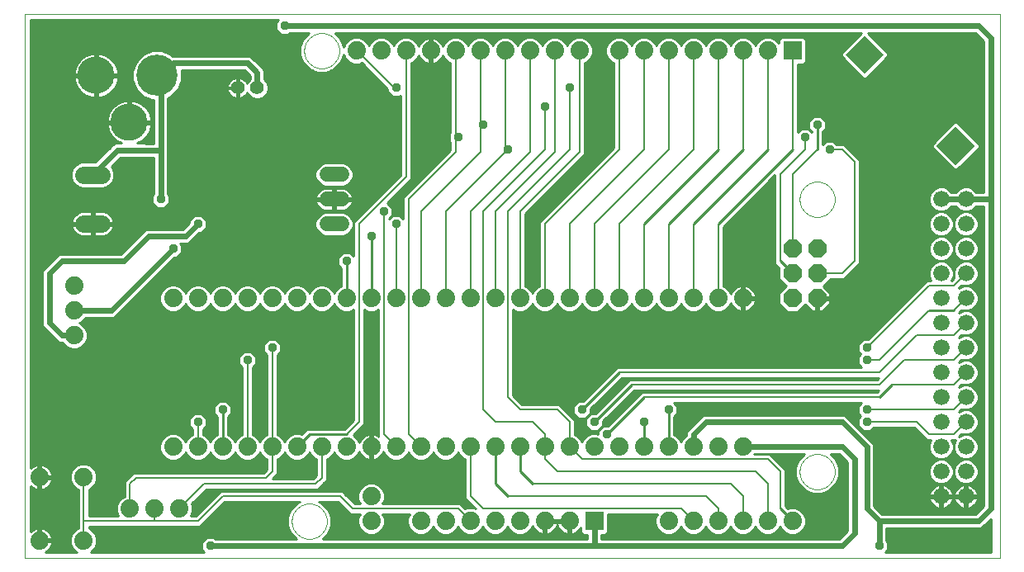
<source format=gbl>
G75*
G70*
%OFA0B0*%
%FSLAX24Y24*%
%IPPOS*%
%LPD*%
%AMOC8*
5,1,8,0,0,1.08239X$1,22.5*
%
%ADD10C,0.0000*%
%ADD11C,0.0740*%
%ADD12R,0.0740X0.0740*%
%ADD13OC8,0.0740*%
%ADD14C,0.0560*%
%ADD15C,0.1660*%
%ADD16C,0.1502*%
%ADD17C,0.0705*%
%ADD18C,0.0600*%
%ADD19R,0.1095X0.1095*%
%ADD20C,0.0660*%
%ADD21OC8,0.0356*%
%ADD22C,0.0100*%
%ADD23C,0.0080*%
%ADD24C,0.0240*%
D10*
X000500Y000100D02*
X000500Y022096D01*
X039870Y022096D01*
X039870Y000100D01*
X000500Y000100D01*
X011291Y001600D02*
X011293Y001653D01*
X011299Y001706D01*
X011309Y001758D01*
X011322Y001809D01*
X011340Y001859D01*
X011361Y001908D01*
X011386Y001955D01*
X011414Y001999D01*
X011446Y002042D01*
X011480Y002082D01*
X011518Y002120D01*
X011558Y002154D01*
X011601Y002186D01*
X011646Y002214D01*
X011692Y002239D01*
X011741Y002260D01*
X011791Y002278D01*
X011842Y002291D01*
X011894Y002301D01*
X011947Y002307D01*
X012000Y002309D01*
X012053Y002307D01*
X012106Y002301D01*
X012158Y002291D01*
X012209Y002278D01*
X012259Y002260D01*
X012308Y002239D01*
X012355Y002214D01*
X012399Y002186D01*
X012442Y002154D01*
X012482Y002120D01*
X012520Y002082D01*
X012554Y002042D01*
X012586Y001999D01*
X012614Y001954D01*
X012639Y001908D01*
X012660Y001859D01*
X012678Y001809D01*
X012691Y001758D01*
X012701Y001706D01*
X012707Y001653D01*
X012709Y001600D01*
X012707Y001547D01*
X012701Y001494D01*
X012691Y001442D01*
X012678Y001391D01*
X012660Y001341D01*
X012639Y001292D01*
X012614Y001245D01*
X012586Y001201D01*
X012554Y001158D01*
X012520Y001118D01*
X012482Y001080D01*
X012442Y001046D01*
X012399Y001014D01*
X012354Y000986D01*
X012308Y000961D01*
X012259Y000940D01*
X012209Y000922D01*
X012158Y000909D01*
X012106Y000899D01*
X012053Y000893D01*
X012000Y000891D01*
X011947Y000893D01*
X011894Y000899D01*
X011842Y000909D01*
X011791Y000922D01*
X011741Y000940D01*
X011692Y000961D01*
X011645Y000986D01*
X011601Y001014D01*
X011558Y001046D01*
X011518Y001080D01*
X011480Y001118D01*
X011446Y001158D01*
X011414Y001201D01*
X011386Y001246D01*
X011361Y001292D01*
X011340Y001341D01*
X011322Y001391D01*
X011309Y001442D01*
X011299Y001494D01*
X011293Y001547D01*
X011291Y001600D01*
X031791Y003600D02*
X031793Y003653D01*
X031799Y003706D01*
X031809Y003758D01*
X031822Y003809D01*
X031840Y003859D01*
X031861Y003908D01*
X031886Y003955D01*
X031914Y003999D01*
X031946Y004042D01*
X031980Y004082D01*
X032018Y004120D01*
X032058Y004154D01*
X032101Y004186D01*
X032146Y004214D01*
X032192Y004239D01*
X032241Y004260D01*
X032291Y004278D01*
X032342Y004291D01*
X032394Y004301D01*
X032447Y004307D01*
X032500Y004309D01*
X032553Y004307D01*
X032606Y004301D01*
X032658Y004291D01*
X032709Y004278D01*
X032759Y004260D01*
X032808Y004239D01*
X032855Y004214D01*
X032899Y004186D01*
X032942Y004154D01*
X032982Y004120D01*
X033020Y004082D01*
X033054Y004042D01*
X033086Y003999D01*
X033114Y003954D01*
X033139Y003908D01*
X033160Y003859D01*
X033178Y003809D01*
X033191Y003758D01*
X033201Y003706D01*
X033207Y003653D01*
X033209Y003600D01*
X033207Y003547D01*
X033201Y003494D01*
X033191Y003442D01*
X033178Y003391D01*
X033160Y003341D01*
X033139Y003292D01*
X033114Y003245D01*
X033086Y003201D01*
X033054Y003158D01*
X033020Y003118D01*
X032982Y003080D01*
X032942Y003046D01*
X032899Y003014D01*
X032854Y002986D01*
X032808Y002961D01*
X032759Y002940D01*
X032709Y002922D01*
X032658Y002909D01*
X032606Y002899D01*
X032553Y002893D01*
X032500Y002891D01*
X032447Y002893D01*
X032394Y002899D01*
X032342Y002909D01*
X032291Y002922D01*
X032241Y002940D01*
X032192Y002961D01*
X032145Y002986D01*
X032101Y003014D01*
X032058Y003046D01*
X032018Y003080D01*
X031980Y003118D01*
X031946Y003158D01*
X031914Y003201D01*
X031886Y003246D01*
X031861Y003292D01*
X031840Y003341D01*
X031822Y003391D01*
X031809Y003442D01*
X031799Y003494D01*
X031793Y003547D01*
X031791Y003600D01*
X031791Y014600D02*
X031793Y014653D01*
X031799Y014706D01*
X031809Y014758D01*
X031822Y014809D01*
X031840Y014859D01*
X031861Y014908D01*
X031886Y014955D01*
X031914Y014999D01*
X031946Y015042D01*
X031980Y015082D01*
X032018Y015120D01*
X032058Y015154D01*
X032101Y015186D01*
X032146Y015214D01*
X032192Y015239D01*
X032241Y015260D01*
X032291Y015278D01*
X032342Y015291D01*
X032394Y015301D01*
X032447Y015307D01*
X032500Y015309D01*
X032553Y015307D01*
X032606Y015301D01*
X032658Y015291D01*
X032709Y015278D01*
X032759Y015260D01*
X032808Y015239D01*
X032855Y015214D01*
X032899Y015186D01*
X032942Y015154D01*
X032982Y015120D01*
X033020Y015082D01*
X033054Y015042D01*
X033086Y014999D01*
X033114Y014954D01*
X033139Y014908D01*
X033160Y014859D01*
X033178Y014809D01*
X033191Y014758D01*
X033201Y014706D01*
X033207Y014653D01*
X033209Y014600D01*
X033207Y014547D01*
X033201Y014494D01*
X033191Y014442D01*
X033178Y014391D01*
X033160Y014341D01*
X033139Y014292D01*
X033114Y014245D01*
X033086Y014201D01*
X033054Y014158D01*
X033020Y014118D01*
X032982Y014080D01*
X032942Y014046D01*
X032899Y014014D01*
X032854Y013986D01*
X032808Y013961D01*
X032759Y013940D01*
X032709Y013922D01*
X032658Y013909D01*
X032606Y013899D01*
X032553Y013893D01*
X032500Y013891D01*
X032447Y013893D01*
X032394Y013899D01*
X032342Y013909D01*
X032291Y013922D01*
X032241Y013940D01*
X032192Y013961D01*
X032145Y013986D01*
X032101Y014014D01*
X032058Y014046D01*
X032018Y014080D01*
X031980Y014118D01*
X031946Y014158D01*
X031914Y014201D01*
X031886Y014246D01*
X031861Y014292D01*
X031840Y014341D01*
X031822Y014391D01*
X031809Y014442D01*
X031799Y014494D01*
X031793Y014547D01*
X031791Y014600D01*
X011791Y020600D02*
X011793Y020653D01*
X011799Y020706D01*
X011809Y020758D01*
X011822Y020809D01*
X011840Y020859D01*
X011861Y020908D01*
X011886Y020955D01*
X011914Y020999D01*
X011946Y021042D01*
X011980Y021082D01*
X012018Y021120D01*
X012058Y021154D01*
X012101Y021186D01*
X012146Y021214D01*
X012192Y021239D01*
X012241Y021260D01*
X012291Y021278D01*
X012342Y021291D01*
X012394Y021301D01*
X012447Y021307D01*
X012500Y021309D01*
X012553Y021307D01*
X012606Y021301D01*
X012658Y021291D01*
X012709Y021278D01*
X012759Y021260D01*
X012808Y021239D01*
X012855Y021214D01*
X012899Y021186D01*
X012942Y021154D01*
X012982Y021120D01*
X013020Y021082D01*
X013054Y021042D01*
X013086Y020999D01*
X013114Y020954D01*
X013139Y020908D01*
X013160Y020859D01*
X013178Y020809D01*
X013191Y020758D01*
X013201Y020706D01*
X013207Y020653D01*
X013209Y020600D01*
X013207Y020547D01*
X013201Y020494D01*
X013191Y020442D01*
X013178Y020391D01*
X013160Y020341D01*
X013139Y020292D01*
X013114Y020245D01*
X013086Y020201D01*
X013054Y020158D01*
X013020Y020118D01*
X012982Y020080D01*
X012942Y020046D01*
X012899Y020014D01*
X012854Y019986D01*
X012808Y019961D01*
X012759Y019940D01*
X012709Y019922D01*
X012658Y019909D01*
X012606Y019899D01*
X012553Y019893D01*
X012500Y019891D01*
X012447Y019893D01*
X012394Y019899D01*
X012342Y019909D01*
X012291Y019922D01*
X012241Y019940D01*
X012192Y019961D01*
X012145Y019986D01*
X012101Y020014D01*
X012058Y020046D01*
X012018Y020080D01*
X011980Y020118D01*
X011946Y020158D01*
X011914Y020201D01*
X011886Y020246D01*
X011861Y020292D01*
X011840Y020341D01*
X011822Y020391D01*
X011809Y020442D01*
X011799Y020494D01*
X011793Y020547D01*
X011791Y020600D01*
D11*
X013900Y020600D03*
X014900Y020600D03*
X015900Y020600D03*
X016900Y020600D03*
X017900Y020600D03*
X018900Y020600D03*
X019900Y020600D03*
X020900Y020600D03*
X021900Y020600D03*
X022900Y020600D03*
X024500Y020600D03*
X025500Y020600D03*
X026500Y020600D03*
X027500Y020600D03*
X028500Y020600D03*
X029500Y020600D03*
X030500Y020600D03*
X029500Y010600D03*
X028500Y010600D03*
X027500Y010600D03*
X026500Y010600D03*
X025500Y010600D03*
X024500Y010600D03*
X023500Y010600D03*
X022500Y010600D03*
X021500Y010600D03*
X020500Y010600D03*
X019500Y010600D03*
X018500Y010600D03*
X017500Y010600D03*
X016500Y010600D03*
X015500Y010600D03*
X014500Y010600D03*
X013500Y010600D03*
X012500Y010600D03*
X011500Y010600D03*
X010500Y010600D03*
X009500Y010600D03*
X008500Y010600D03*
X007500Y010600D03*
X006500Y010600D03*
X002500Y010100D03*
X002500Y009100D03*
X002500Y011100D03*
X006500Y004600D03*
X007500Y004600D03*
X008500Y004600D03*
X009500Y004600D03*
X010500Y004600D03*
X011500Y004600D03*
X012500Y004600D03*
X013500Y004600D03*
X014500Y004600D03*
X015500Y004600D03*
X016500Y004600D03*
X017500Y004600D03*
X018500Y004600D03*
X019500Y004600D03*
X020500Y004600D03*
X021500Y004600D03*
X022500Y004600D03*
X023500Y004600D03*
X024500Y004600D03*
X025500Y004600D03*
X026500Y004600D03*
X027500Y004600D03*
X028500Y004600D03*
X029500Y004600D03*
X029500Y001600D03*
X030500Y001600D03*
X031500Y001600D03*
X028500Y001600D03*
X027500Y001600D03*
X026500Y001600D03*
X022500Y001600D03*
X021500Y001600D03*
X020500Y001600D03*
X019500Y001600D03*
X018500Y001600D03*
X017500Y001600D03*
X016500Y001600D03*
X014500Y001600D03*
X014500Y002600D03*
X006750Y002100D03*
X005750Y002100D03*
X004750Y002100D03*
X002890Y003380D03*
X001110Y003380D03*
X001110Y000820D03*
X002890Y000820D03*
D12*
X023500Y001600D03*
X031500Y020600D03*
D13*
X031500Y012600D03*
X032500Y012600D03*
X032500Y011600D03*
X031500Y011600D03*
X031500Y010600D03*
X032500Y010600D03*
D14*
X009894Y019100D03*
X009106Y019100D03*
D15*
X005854Y019600D03*
D16*
X003394Y019600D03*
X004732Y017710D03*
D17*
X003603Y015584D02*
X002898Y015584D01*
X002898Y013616D02*
X003603Y013616D01*
D18*
X012700Y013600D02*
X013300Y013600D01*
X013300Y014600D02*
X012700Y014600D01*
X012700Y015600D02*
X013300Y015600D01*
D19*
G36*
X034412Y019665D02*
X033639Y020438D01*
X034412Y021211D01*
X035185Y020438D01*
X034412Y019665D01*
G37*
G36*
X038088Y015989D02*
X037315Y016762D01*
X038088Y017535D01*
X038861Y016762D01*
X038088Y015989D01*
G37*
D20*
X038500Y014600D03*
X037500Y014600D03*
X037500Y013600D03*
X038500Y013600D03*
X038500Y012600D03*
X037500Y012600D03*
X037500Y011600D03*
X038500Y011600D03*
X038500Y010600D03*
X037500Y010600D03*
X037500Y009600D03*
X038500Y009600D03*
X038500Y008600D03*
X037500Y008600D03*
X037500Y007600D03*
X038500Y007600D03*
X038500Y006600D03*
X037500Y006600D03*
X037500Y005600D03*
X038500Y005600D03*
X038500Y004600D03*
X037500Y004600D03*
X037500Y003600D03*
X038500Y003600D03*
X038500Y002600D03*
X037500Y002600D03*
D21*
X035500Y004100D03*
X034500Y005600D03*
X034500Y006100D03*
X031250Y004100D03*
X026500Y006100D03*
X025500Y005600D03*
X024000Y005100D03*
X023500Y005600D03*
X023000Y006100D03*
X024500Y001600D03*
X015500Y001350D03*
X015500Y003100D03*
X011500Y003600D03*
X008500Y001850D03*
X008000Y000600D03*
X005250Y004350D03*
X007500Y005600D03*
X008500Y006100D03*
X007250Y007100D03*
X008250Y007600D03*
X009500Y008100D03*
X010500Y008600D03*
X009000Y008850D03*
X005500Y008600D03*
X006500Y012600D03*
X007500Y013600D03*
X006000Y014600D03*
X007500Y018100D03*
X012000Y017100D03*
X014500Y018600D03*
X015500Y019100D03*
X018000Y017100D03*
X019000Y017600D03*
X020000Y016600D03*
X021500Y018350D03*
X022500Y019100D03*
X015000Y016600D03*
X015000Y014100D03*
X015500Y013600D03*
X014500Y013100D03*
X013500Y012100D03*
X012000Y019600D03*
X011000Y021600D03*
X030250Y014100D03*
X034500Y015100D03*
X033000Y016600D03*
X032000Y017100D03*
X032500Y017600D03*
X030500Y010600D03*
X034500Y008600D03*
X034500Y008100D03*
X035000Y000600D03*
X036000Y000600D03*
D22*
X035348Y000593D02*
X039500Y000593D01*
X039500Y000691D02*
X035348Y000691D01*
X035348Y000744D02*
X035290Y000802D01*
X035290Y001310D01*
X039058Y001310D01*
X039164Y001354D01*
X039246Y001436D01*
X039500Y001690D01*
X039500Y000350D01*
X035242Y000350D01*
X035348Y000456D01*
X035348Y000744D01*
X035303Y000790D02*
X039500Y000790D01*
X039500Y000888D02*
X035290Y000888D01*
X035290Y000987D02*
X039500Y000987D01*
X039500Y001085D02*
X035290Y001085D01*
X035290Y001184D02*
X039500Y001184D01*
X039500Y001282D02*
X035290Y001282D01*
X035120Y001890D02*
X034790Y002220D01*
X034790Y004658D01*
X034746Y004764D01*
X033746Y005764D01*
X033664Y005846D01*
X033558Y005890D01*
X027942Y005890D01*
X027836Y005846D01*
X027754Y005764D01*
X027336Y005346D01*
X027254Y005264D01*
X027210Y005158D01*
X027210Y005064D01*
X027194Y005058D01*
X027042Y004906D01*
X027000Y004804D01*
X026958Y004906D01*
X026806Y005058D01*
X026720Y005093D01*
X026720Y005828D01*
X026848Y005956D01*
X026848Y006244D01*
X026702Y006390D01*
X034298Y006390D01*
X034152Y006244D01*
X034152Y005956D01*
X034258Y005850D01*
X034152Y005744D01*
X034152Y005456D01*
X034356Y005252D01*
X034644Y005252D01*
X034782Y005390D01*
X036413Y005390D01*
X036913Y004890D01*
X037083Y004890D01*
X037076Y004883D01*
X037000Y004699D01*
X037000Y004501D01*
X037076Y004317D01*
X037217Y004176D01*
X037401Y004100D01*
X037217Y004024D01*
X037076Y003883D01*
X037000Y003699D01*
X037000Y003501D01*
X037076Y003317D01*
X037217Y003176D01*
X037401Y003100D01*
X037599Y003100D01*
X037783Y003176D01*
X037924Y003317D01*
X038000Y003501D01*
X038076Y003317D01*
X038217Y003176D01*
X038401Y003100D01*
X038599Y003100D01*
X038783Y003176D01*
X038924Y003317D01*
X039000Y003501D01*
X039000Y003699D01*
X038924Y003883D01*
X038783Y004024D01*
X038599Y004100D01*
X038401Y004100D01*
X038217Y004024D01*
X038076Y003883D01*
X038000Y003699D01*
X038000Y003501D01*
X038000Y003699D01*
X037924Y003883D01*
X037783Y004024D01*
X037599Y004100D01*
X037401Y004100D01*
X037599Y004100D01*
X037783Y004176D01*
X037924Y004317D01*
X038000Y004501D01*
X038076Y004317D01*
X038217Y004176D01*
X038401Y004100D01*
X038599Y004100D01*
X038783Y004176D01*
X038924Y004317D01*
X039000Y004501D01*
X039000Y004699D01*
X038924Y004883D01*
X038783Y005024D01*
X038599Y005100D01*
X038783Y005176D01*
X038924Y005317D01*
X039000Y005501D01*
X039000Y005699D01*
X038924Y005883D01*
X038783Y006024D01*
X038599Y006100D01*
X038783Y006176D01*
X038924Y006317D01*
X039000Y006501D01*
X039000Y006699D01*
X038924Y006883D01*
X038783Y007024D01*
X038599Y007100D01*
X038783Y007176D01*
X038924Y007317D01*
X039000Y007501D01*
X039000Y007699D01*
X038924Y007883D01*
X038783Y008024D01*
X038599Y008100D01*
X038783Y008176D01*
X038924Y008317D01*
X039000Y008501D01*
X039000Y008699D01*
X038924Y008883D01*
X038783Y009024D01*
X038599Y009100D01*
X038783Y009176D01*
X038924Y009317D01*
X039000Y009501D01*
X039000Y009699D01*
X038924Y009883D01*
X038783Y010024D01*
X038599Y010100D01*
X038783Y010176D01*
X038924Y010317D01*
X039000Y010501D01*
X039000Y010699D01*
X038924Y010883D01*
X038783Y011024D01*
X038599Y011100D01*
X038783Y011176D01*
X038924Y011317D01*
X039000Y011501D01*
X039000Y011699D01*
X038924Y011883D01*
X038783Y012024D01*
X038599Y012100D01*
X038783Y012176D01*
X038924Y012317D01*
X039000Y012501D01*
X039000Y012699D01*
X038924Y012883D01*
X038783Y013024D01*
X038599Y013100D01*
X038783Y013176D01*
X038924Y013317D01*
X039000Y013501D01*
X039000Y013699D01*
X038924Y013883D01*
X038783Y014024D01*
X038599Y014100D01*
X038401Y014100D01*
X038217Y014024D01*
X038076Y013883D01*
X038000Y013699D01*
X038000Y013501D01*
X038076Y013317D01*
X038217Y013176D01*
X038401Y013100D01*
X038599Y013100D01*
X038401Y013100D01*
X038217Y013024D01*
X038076Y012883D01*
X038000Y012699D01*
X038000Y012501D01*
X038076Y012317D01*
X038217Y012176D01*
X038401Y012100D01*
X038599Y012100D01*
X038401Y012100D01*
X038217Y012024D01*
X038076Y011883D01*
X038000Y011699D01*
X037924Y011883D01*
X037783Y012024D01*
X037599Y012100D01*
X037783Y012176D01*
X037924Y012317D01*
X038000Y012501D01*
X038000Y012699D01*
X037924Y012883D01*
X037783Y013024D01*
X037599Y013100D01*
X037401Y013100D01*
X037217Y013024D01*
X037076Y012883D01*
X037000Y012699D01*
X037000Y012501D01*
X037076Y012317D01*
X037217Y012176D01*
X037401Y012100D01*
X037599Y012100D01*
X037401Y012100D01*
X037217Y012024D01*
X037076Y011883D01*
X037000Y011699D01*
X037000Y011501D01*
X037076Y011317D01*
X037083Y011310D01*
X036913Y011310D01*
X034551Y008948D01*
X034356Y008948D01*
X034152Y008744D01*
X034152Y008456D01*
X034258Y008350D01*
X034152Y008244D01*
X034152Y007956D01*
X034298Y007810D01*
X024601Y007810D01*
X024591Y007820D01*
X024409Y007820D01*
X023037Y006448D01*
X022856Y006448D01*
X022652Y006244D01*
X022652Y005956D01*
X022856Y005752D01*
X023144Y005752D01*
X023348Y005956D01*
X023348Y006137D01*
X024601Y007390D01*
X034993Y007390D01*
X034913Y007310D01*
X025101Y007310D01*
X025091Y007320D01*
X024909Y007320D01*
X023537Y005948D01*
X023356Y005948D01*
X023152Y005744D01*
X023152Y005456D01*
X023356Y005252D01*
X023644Y005252D01*
X023848Y005456D01*
X023848Y005637D01*
X025101Y006890D01*
X034979Y006890D01*
X034899Y006810D01*
X025601Y006810D01*
X025591Y006820D01*
X025409Y006820D01*
X024037Y005448D01*
X023856Y005448D01*
X023652Y005244D01*
X023652Y005122D01*
X023607Y005140D01*
X023393Y005140D01*
X023194Y005058D01*
X023042Y004906D01*
X023000Y004804D01*
X022958Y004906D01*
X022806Y005058D01*
X022710Y005098D01*
X022710Y005687D01*
X022210Y006187D01*
X022087Y006310D01*
X020587Y006310D01*
X020210Y006687D01*
X020210Y010136D01*
X020393Y010060D01*
X020607Y010060D01*
X020806Y010142D01*
X020958Y010294D01*
X021000Y010396D01*
X021042Y010294D01*
X021194Y010142D01*
X021393Y010060D01*
X021607Y010060D01*
X021806Y010142D01*
X021958Y010294D01*
X022000Y010396D01*
X022042Y010294D01*
X022194Y010142D01*
X022393Y010060D01*
X022607Y010060D01*
X022806Y010142D01*
X022958Y010294D01*
X023000Y010396D01*
X023042Y010294D01*
X023194Y010142D01*
X023393Y010060D01*
X023607Y010060D01*
X023806Y010142D01*
X023958Y010294D01*
X024000Y010396D01*
X024042Y010294D01*
X024194Y010142D01*
X024393Y010060D01*
X024607Y010060D01*
X024806Y010142D01*
X024958Y010294D01*
X025000Y010396D01*
X025042Y010294D01*
X025194Y010142D01*
X025393Y010060D01*
X025607Y010060D01*
X025806Y010142D01*
X025958Y010294D01*
X026000Y010396D01*
X026042Y010294D01*
X026194Y010142D01*
X026393Y010060D01*
X026607Y010060D01*
X026806Y010142D01*
X026958Y010294D01*
X027000Y010396D01*
X027042Y010294D01*
X027194Y010142D01*
X027393Y010060D01*
X027607Y010060D01*
X027806Y010142D01*
X027958Y010294D01*
X028000Y010396D01*
X028042Y010294D01*
X028194Y010142D01*
X028393Y010060D01*
X028607Y010060D01*
X028806Y010142D01*
X028958Y010294D01*
X029011Y010422D01*
X029018Y010400D01*
X029055Y010327D01*
X029103Y010261D01*
X029161Y010203D01*
X029227Y010155D01*
X029300Y010118D01*
X029378Y010093D01*
X029450Y010081D01*
X029450Y010550D01*
X029550Y010550D01*
X029550Y010650D01*
X029450Y010650D01*
X029450Y011119D01*
X029378Y011107D01*
X029300Y011082D01*
X029227Y011045D01*
X029161Y010997D01*
X029103Y010939D01*
X029055Y010873D01*
X029018Y010800D01*
X029011Y010778D01*
X028958Y010906D01*
X028806Y011058D01*
X028710Y011098D01*
X028710Y013499D01*
X030790Y015579D01*
X030790Y012201D01*
X030780Y012191D01*
X030780Y012009D01*
X030963Y011826D01*
X030960Y011824D01*
X030960Y011376D01*
X031236Y011100D01*
X030960Y010824D01*
X030960Y010376D01*
X031276Y010060D01*
X031724Y010060D01*
X032014Y010350D01*
X032285Y010080D01*
X032450Y010080D01*
X032450Y010550D01*
X032550Y010550D01*
X032550Y010650D01*
X033020Y010650D01*
X033020Y010815D01*
X032750Y011086D01*
X033040Y011376D01*
X033040Y011390D01*
X033587Y011390D01*
X033710Y011513D01*
X034210Y012013D01*
X034210Y016187D01*
X034087Y016310D01*
X033587Y016810D01*
X033282Y016810D01*
X033144Y016948D01*
X032856Y016948D01*
X032720Y016812D01*
X032720Y017328D01*
X032848Y017456D01*
X032848Y017744D01*
X032644Y017948D01*
X032356Y017948D01*
X032152Y017744D01*
X032152Y017456D01*
X032280Y017328D01*
X032280Y017312D01*
X032144Y017448D01*
X031856Y017448D01*
X031710Y017302D01*
X031710Y020060D01*
X031940Y020060D01*
X032040Y020160D01*
X032040Y021040D01*
X031940Y021140D01*
X031060Y021140D01*
X030960Y021040D01*
X030960Y020901D01*
X030958Y020906D01*
X030806Y021058D01*
X030607Y021140D01*
X030393Y021140D01*
X030194Y021058D01*
X030042Y020906D01*
X030000Y020804D01*
X029958Y020906D01*
X029806Y021058D01*
X029607Y021140D01*
X029393Y021140D01*
X029194Y021058D01*
X029042Y020906D01*
X029000Y020804D01*
X028958Y020906D01*
X028806Y021058D01*
X028607Y021140D01*
X028393Y021140D01*
X028194Y021058D01*
X028042Y020906D01*
X028000Y020804D01*
X027958Y020906D01*
X027806Y021058D01*
X027607Y021140D01*
X027393Y021140D01*
X027194Y021058D01*
X027042Y020906D01*
X027000Y020804D01*
X026958Y020906D01*
X026806Y021058D01*
X026607Y021140D01*
X026393Y021140D01*
X026194Y021058D01*
X026042Y020906D01*
X026000Y020804D01*
X025958Y020906D01*
X025806Y021058D01*
X025607Y021140D01*
X025393Y021140D01*
X025194Y021058D01*
X025042Y020906D01*
X025000Y020804D01*
X024958Y020906D01*
X024806Y021058D01*
X024607Y021140D01*
X024393Y021140D01*
X024194Y021058D01*
X024042Y020906D01*
X023960Y020707D01*
X023960Y020493D01*
X024042Y020294D01*
X024194Y020142D01*
X024290Y020102D01*
X024290Y016687D01*
X021413Y013810D01*
X021290Y013687D01*
X021290Y011098D01*
X021194Y011058D01*
X021042Y010906D01*
X021000Y010804D01*
X020958Y010906D01*
X020806Y011058D01*
X020710Y011098D01*
X020710Y014013D01*
X023110Y016413D01*
X023110Y020102D01*
X023206Y020142D01*
X023358Y020294D01*
X023440Y020493D01*
X023440Y020707D01*
X023358Y020906D01*
X023206Y021058D01*
X023007Y021140D01*
X022793Y021140D01*
X022594Y021058D01*
X022442Y020906D01*
X022400Y020804D01*
X022358Y020906D01*
X022206Y021058D01*
X022007Y021140D01*
X021793Y021140D01*
X021594Y021058D01*
X021442Y020906D01*
X021400Y020804D01*
X021358Y020906D01*
X021206Y021058D01*
X021007Y021140D01*
X020793Y021140D01*
X020594Y021058D01*
X020442Y020906D01*
X020400Y020804D01*
X020358Y020906D01*
X020206Y021058D01*
X020007Y021140D01*
X019793Y021140D01*
X019594Y021058D01*
X019442Y020906D01*
X019400Y020804D01*
X019358Y020906D01*
X019206Y021058D01*
X019007Y021140D01*
X018793Y021140D01*
X018594Y021058D01*
X018442Y020906D01*
X018400Y020804D01*
X018358Y020906D01*
X018206Y021058D01*
X018007Y021140D01*
X017793Y021140D01*
X017594Y021058D01*
X017442Y020906D01*
X017389Y020778D01*
X017382Y020800D01*
X017345Y020873D01*
X017297Y020939D01*
X017239Y020997D01*
X017173Y021045D01*
X017100Y021082D01*
X017022Y021107D01*
X016950Y021119D01*
X016950Y020650D01*
X016850Y020650D01*
X016850Y021119D01*
X016778Y021107D01*
X016700Y021082D01*
X016627Y021045D01*
X016561Y020997D01*
X016503Y020939D01*
X016455Y020873D01*
X016418Y020800D01*
X016411Y020778D01*
X016358Y020906D01*
X016206Y021058D01*
X016007Y021140D01*
X015793Y021140D01*
X015594Y021058D01*
X015442Y020906D01*
X015400Y020804D01*
X015358Y020906D01*
X015206Y021058D01*
X015007Y021140D01*
X014793Y021140D01*
X014594Y021058D01*
X014442Y020906D01*
X014400Y020804D01*
X014358Y020906D01*
X014206Y021058D01*
X014007Y021140D01*
X013793Y021140D01*
X013594Y021058D01*
X013442Y020906D01*
X013379Y020752D01*
X013379Y020775D01*
X013245Y021098D01*
X013033Y021310D01*
X034268Y021310D01*
X033467Y020509D01*
X033467Y020368D01*
X034341Y019494D01*
X034482Y019494D01*
X035356Y020368D01*
X035356Y020509D01*
X034555Y021310D01*
X038880Y021310D01*
X039210Y020980D01*
X039210Y014890D01*
X038917Y014890D01*
X038783Y015024D01*
X038599Y015100D01*
X038401Y015100D01*
X038217Y015024D01*
X038083Y014890D01*
X037917Y014890D01*
X037783Y015024D01*
X037599Y015100D01*
X037401Y015100D01*
X037217Y015024D01*
X037076Y014883D01*
X037000Y014699D01*
X037000Y014501D01*
X037076Y014317D01*
X037217Y014176D01*
X037401Y014100D01*
X037217Y014024D01*
X037076Y013883D01*
X037000Y013699D01*
X037000Y013501D01*
X037076Y013317D01*
X037217Y013176D01*
X037401Y013100D01*
X037599Y013100D01*
X037783Y013176D01*
X037924Y013317D01*
X038000Y013501D01*
X038000Y013699D01*
X037924Y013883D01*
X037783Y014024D01*
X037599Y014100D01*
X037401Y014100D01*
X037599Y014100D01*
X037783Y014176D01*
X037917Y014310D01*
X038083Y014310D01*
X038217Y014176D01*
X038401Y014100D01*
X038599Y014100D01*
X038783Y014176D01*
X038917Y014310D01*
X039210Y014310D01*
X039210Y002220D01*
X038880Y001890D01*
X035120Y001890D01*
X035039Y001972D02*
X038961Y001972D01*
X039060Y002070D02*
X034940Y002070D01*
X034842Y002169D02*
X037290Y002169D01*
X037316Y002155D02*
X037388Y002132D01*
X037450Y002122D01*
X037450Y002550D01*
X037550Y002550D01*
X037550Y002650D01*
X037978Y002650D01*
X037968Y002712D01*
X037945Y002784D01*
X037911Y002852D01*
X037866Y002913D01*
X037813Y002966D01*
X037752Y003011D01*
X037684Y003045D01*
X037612Y003068D01*
X037550Y003078D01*
X037550Y002650D01*
X037450Y002650D01*
X037450Y003078D01*
X037388Y003068D01*
X037316Y003045D01*
X037248Y003011D01*
X037187Y002966D01*
X037134Y002913D01*
X037089Y002852D01*
X037055Y002784D01*
X037032Y002712D01*
X037022Y002650D01*
X037450Y002650D01*
X037450Y002550D01*
X037022Y002550D01*
X037032Y002488D01*
X037055Y002416D01*
X037089Y002348D01*
X037134Y002287D01*
X037187Y002234D01*
X037248Y002189D01*
X037316Y002155D01*
X037450Y002169D02*
X037550Y002169D01*
X037550Y002122D02*
X037612Y002132D01*
X037684Y002155D01*
X037752Y002189D01*
X037813Y002234D01*
X037866Y002287D01*
X037911Y002348D01*
X037945Y002416D01*
X037968Y002488D01*
X037978Y002550D01*
X037550Y002550D01*
X037550Y002122D01*
X037550Y002267D02*
X037450Y002267D01*
X037450Y002366D02*
X037550Y002366D01*
X037550Y002464D02*
X037450Y002464D01*
X037450Y002563D02*
X034790Y002563D01*
X034790Y002661D02*
X037024Y002661D01*
X037047Y002760D02*
X034790Y002760D01*
X034790Y002858D02*
X037094Y002858D01*
X037178Y002957D02*
X034790Y002957D01*
X034790Y003055D02*
X037347Y003055D01*
X037450Y003055D02*
X037550Y003055D01*
X037550Y002957D02*
X037450Y002957D01*
X037450Y002858D02*
X037550Y002858D01*
X037550Y002760D02*
X037450Y002760D01*
X037450Y002661D02*
X037550Y002661D01*
X037550Y002563D02*
X038450Y002563D01*
X038450Y002550D02*
X038022Y002550D01*
X038032Y002488D01*
X038055Y002416D01*
X038089Y002348D01*
X038134Y002287D01*
X038187Y002234D01*
X038248Y002189D01*
X038316Y002155D01*
X038388Y002132D01*
X038450Y002122D01*
X038450Y002550D01*
X038550Y002550D01*
X038550Y002650D01*
X038978Y002650D01*
X038968Y002712D01*
X038945Y002784D01*
X038911Y002852D01*
X038866Y002913D01*
X038813Y002966D01*
X038752Y003011D01*
X038684Y003045D01*
X038612Y003068D01*
X038550Y003078D01*
X038550Y002650D01*
X038450Y002650D01*
X038450Y003078D01*
X038388Y003068D01*
X038316Y003045D01*
X038248Y003011D01*
X038187Y002966D01*
X038134Y002913D01*
X038089Y002852D01*
X038055Y002784D01*
X038032Y002712D01*
X038022Y002650D01*
X038450Y002650D01*
X038450Y002550D01*
X038450Y002464D02*
X038550Y002464D01*
X038550Y002550D02*
X038550Y002122D01*
X038612Y002132D01*
X038684Y002155D01*
X038752Y002189D01*
X038813Y002234D01*
X038866Y002287D01*
X038911Y002348D01*
X038945Y002416D01*
X038968Y002488D01*
X038978Y002550D01*
X038550Y002550D01*
X038550Y002563D02*
X039210Y002563D01*
X039210Y002661D02*
X038976Y002661D01*
X038953Y002760D02*
X039210Y002760D01*
X039210Y002858D02*
X038906Y002858D01*
X038822Y002957D02*
X039210Y002957D01*
X039210Y003055D02*
X038653Y003055D01*
X038550Y003055D02*
X038450Y003055D01*
X038450Y002957D02*
X038550Y002957D01*
X038550Y002858D02*
X038450Y002858D01*
X038450Y002760D02*
X038550Y002760D01*
X038550Y002661D02*
X038450Y002661D01*
X038450Y002366D02*
X038550Y002366D01*
X038550Y002267D02*
X038450Y002267D01*
X038450Y002169D02*
X038550Y002169D01*
X038710Y002169D02*
X039158Y002169D01*
X039210Y002267D02*
X038846Y002267D01*
X038919Y002366D02*
X039210Y002366D01*
X039210Y002464D02*
X038961Y002464D01*
X038290Y002169D02*
X037710Y002169D01*
X037846Y002267D02*
X038154Y002267D01*
X038081Y002366D02*
X037919Y002366D01*
X037961Y002464D02*
X038039Y002464D01*
X038024Y002661D02*
X037976Y002661D01*
X037953Y002760D02*
X038047Y002760D01*
X038094Y002858D02*
X037906Y002858D01*
X037822Y002957D02*
X038178Y002957D01*
X038347Y003055D02*
X037653Y003055D01*
X037729Y003154D02*
X038271Y003154D01*
X038141Y003252D02*
X037859Y003252D01*
X037938Y003351D02*
X038062Y003351D01*
X038021Y003449D02*
X037979Y003449D01*
X038000Y003548D02*
X038000Y003548D01*
X038000Y003646D02*
X038000Y003646D01*
X037981Y003745D02*
X038019Y003745D01*
X038059Y003843D02*
X037941Y003843D01*
X037866Y003942D02*
X038134Y003942D01*
X038256Y004040D02*
X037744Y004040D01*
X037692Y004139D02*
X038308Y004139D01*
X038156Y004237D02*
X037844Y004237D01*
X037932Y004336D02*
X038068Y004336D01*
X038028Y004434D02*
X037972Y004434D01*
X038000Y004501D02*
X038000Y004699D01*
X038076Y004883D01*
X038083Y004890D01*
X037917Y004890D01*
X037924Y004883D01*
X038000Y004699D01*
X038000Y004501D01*
X038000Y004533D02*
X038000Y004533D01*
X038000Y004631D02*
X038000Y004631D01*
X037988Y004730D02*
X038012Y004730D01*
X038053Y004828D02*
X037947Y004828D01*
X038224Y005027D02*
X038327Y005130D01*
X038401Y005100D01*
X038599Y005100D01*
X038401Y005100D01*
X038224Y005027D01*
X038320Y005124D02*
X038344Y005124D01*
X038656Y005124D02*
X039210Y005124D01*
X039210Y005222D02*
X038829Y005222D01*
X038925Y005321D02*
X039210Y005321D01*
X039210Y005419D02*
X038966Y005419D01*
X039000Y005518D02*
X039210Y005518D01*
X039210Y005616D02*
X039000Y005616D01*
X038994Y005715D02*
X039210Y005715D01*
X039210Y005813D02*
X038953Y005813D01*
X038896Y005912D02*
X039210Y005912D01*
X039210Y006010D02*
X038797Y006010D01*
X038814Y006207D02*
X039210Y006207D01*
X039210Y006109D02*
X038620Y006109D01*
X038599Y006100D02*
X038401Y006100D01*
X038327Y006130D01*
X038224Y006027D01*
X038401Y006100D01*
X038599Y006100D01*
X038380Y006109D02*
X038305Y006109D01*
X038913Y006306D02*
X039210Y006306D01*
X039210Y006404D02*
X038960Y006404D01*
X039000Y006503D02*
X039210Y006503D01*
X039210Y006601D02*
X039000Y006601D01*
X039000Y006700D02*
X039210Y006700D01*
X039210Y006798D02*
X038959Y006798D01*
X038911Y006897D02*
X039210Y006897D01*
X039210Y006995D02*
X038812Y006995D01*
X038799Y007192D02*
X039210Y007192D01*
X039210Y007094D02*
X038615Y007094D01*
X038599Y007100D02*
X038401Y007100D01*
X038327Y007130D01*
X038224Y007027D01*
X038401Y007100D01*
X038599Y007100D01*
X038385Y007094D02*
X038291Y007094D01*
X038898Y007291D02*
X039210Y007291D01*
X039210Y007389D02*
X038954Y007389D01*
X038995Y007488D02*
X039210Y007488D01*
X039210Y007586D02*
X039000Y007586D01*
X039000Y007685D02*
X039210Y007685D01*
X039210Y007783D02*
X038965Y007783D01*
X038925Y007882D02*
X039210Y007882D01*
X039210Y007980D02*
X038827Y007980D01*
X038651Y008079D02*
X039210Y008079D01*
X039210Y008177D02*
X038784Y008177D01*
X038883Y008276D02*
X039210Y008276D01*
X039210Y008374D02*
X038948Y008374D01*
X038988Y008473D02*
X039210Y008473D01*
X039210Y008571D02*
X039000Y008571D01*
X039000Y008670D02*
X039210Y008670D01*
X039210Y008768D02*
X038972Y008768D01*
X038931Y008867D02*
X039210Y008867D01*
X039210Y008965D02*
X038842Y008965D01*
X038688Y009064D02*
X039210Y009064D01*
X039210Y009162D02*
X038749Y009162D01*
X038868Y009261D02*
X039210Y009261D01*
X039210Y009359D02*
X038941Y009359D01*
X038982Y009458D02*
X039210Y009458D01*
X039210Y009556D02*
X039000Y009556D01*
X039000Y009655D02*
X039210Y009655D01*
X039210Y009753D02*
X038978Y009753D01*
X038937Y009852D02*
X039210Y009852D01*
X039210Y009950D02*
X038857Y009950D01*
X038724Y010049D02*
X039210Y010049D01*
X039210Y010147D02*
X038713Y010147D01*
X038599Y010100D02*
X038401Y010100D01*
X038327Y010130D01*
X038224Y010027D01*
X038401Y010100D01*
X038599Y010100D01*
X038853Y010246D02*
X039210Y010246D01*
X039210Y010344D02*
X038935Y010344D01*
X038976Y010443D02*
X039210Y010443D01*
X039210Y010541D02*
X039000Y010541D01*
X039000Y010640D02*
X039210Y010640D01*
X039210Y010738D02*
X038984Y010738D01*
X038943Y010837D02*
X039210Y010837D01*
X039210Y010935D02*
X038872Y010935D01*
X038760Y011034D02*
X039210Y011034D01*
X039210Y011132D02*
X038677Y011132D01*
X038599Y011100D02*
X038401Y011100D01*
X038327Y011130D01*
X038224Y011027D01*
X038401Y011100D01*
X038599Y011100D01*
X038838Y011231D02*
X039210Y011231D01*
X039210Y011329D02*
X038929Y011329D01*
X038970Y011428D02*
X039210Y011428D01*
X039210Y011526D02*
X039000Y011526D01*
X039000Y011625D02*
X039210Y011625D01*
X039210Y011723D02*
X038990Y011723D01*
X038949Y011822D02*
X039210Y011822D01*
X039210Y011920D02*
X038887Y011920D01*
X038789Y012019D02*
X039210Y012019D01*
X039210Y012117D02*
X038641Y012117D01*
X038823Y012216D02*
X039210Y012216D01*
X039210Y012314D02*
X038921Y012314D01*
X038964Y012413D02*
X039210Y012413D01*
X039210Y012511D02*
X039000Y012511D01*
X039000Y012610D02*
X039210Y012610D01*
X039210Y012708D02*
X038996Y012708D01*
X038956Y012807D02*
X039210Y012807D01*
X039210Y012905D02*
X038902Y012905D01*
X038804Y013004D02*
X039210Y013004D01*
X039210Y013102D02*
X038604Y013102D01*
X038396Y013102D02*
X037604Y013102D01*
X037396Y013102D02*
X034210Y013102D01*
X034210Y013004D02*
X037196Y013004D01*
X037098Y012905D02*
X034210Y012905D01*
X034210Y012807D02*
X037044Y012807D01*
X037004Y012708D02*
X034210Y012708D01*
X034210Y012610D02*
X037000Y012610D01*
X037000Y012511D02*
X034210Y012511D01*
X034210Y012413D02*
X037036Y012413D01*
X037079Y012314D02*
X034210Y012314D01*
X034210Y012216D02*
X037177Y012216D01*
X037211Y012019D02*
X034210Y012019D01*
X034210Y012117D02*
X037359Y012117D01*
X037641Y012117D02*
X038359Y012117D01*
X038211Y012019D02*
X037789Y012019D01*
X037887Y011920D02*
X038113Y011920D01*
X038051Y011822D02*
X037949Y011822D01*
X037990Y011723D02*
X038010Y011723D01*
X038000Y011699D02*
X038000Y011501D01*
X038000Y011699D01*
X038000Y011625D02*
X038000Y011625D01*
X038000Y011526D02*
X038000Y011526D01*
X038000Y011501D02*
X037927Y011324D01*
X038030Y011427D01*
X038000Y011501D01*
X037970Y011428D02*
X038030Y011428D01*
X037932Y011329D02*
X037929Y011329D01*
X038231Y011034D02*
X038240Y011034D01*
X037071Y011329D02*
X032993Y011329D01*
X032894Y011231D02*
X036834Y011231D01*
X036735Y011132D02*
X032796Y011132D01*
X032802Y011034D02*
X036637Y011034D01*
X036538Y010935D02*
X032900Y010935D01*
X032999Y010837D02*
X036440Y010837D01*
X036341Y010738D02*
X033020Y010738D01*
X033020Y010550D02*
X032550Y010550D01*
X032550Y010080D01*
X032715Y010080D01*
X033020Y010385D01*
X033020Y010550D01*
X033020Y010541D02*
X036144Y010541D01*
X036046Y010443D02*
X033020Y010443D01*
X032979Y010344D02*
X035947Y010344D01*
X035849Y010246D02*
X032881Y010246D01*
X032782Y010147D02*
X035750Y010147D01*
X035652Y010049D02*
X020210Y010049D01*
X020210Y009950D02*
X035553Y009950D01*
X035455Y009852D02*
X020210Y009852D01*
X020210Y009753D02*
X035356Y009753D01*
X035258Y009655D02*
X020210Y009655D01*
X020210Y009556D02*
X035159Y009556D01*
X035061Y009458D02*
X020210Y009458D01*
X020210Y009359D02*
X034962Y009359D01*
X034864Y009261D02*
X020210Y009261D01*
X020210Y009162D02*
X034765Y009162D01*
X034667Y009064D02*
X020210Y009064D01*
X020210Y008965D02*
X034568Y008965D01*
X034274Y008867D02*
X020210Y008867D01*
X020210Y008768D02*
X034176Y008768D01*
X034152Y008670D02*
X020210Y008670D01*
X020210Y008571D02*
X034152Y008571D01*
X034152Y008473D02*
X020210Y008473D01*
X020210Y008374D02*
X034234Y008374D01*
X034183Y008276D02*
X020210Y008276D01*
X020210Y008177D02*
X034152Y008177D01*
X034152Y008079D02*
X020210Y008079D01*
X020210Y007980D02*
X034152Y007980D01*
X034226Y007882D02*
X020210Y007882D01*
X020210Y007783D02*
X024372Y007783D01*
X024273Y007685D02*
X020210Y007685D01*
X020210Y007586D02*
X024175Y007586D01*
X024076Y007488D02*
X020210Y007488D01*
X020210Y007389D02*
X023978Y007389D01*
X023879Y007291D02*
X020210Y007291D01*
X020210Y007192D02*
X023781Y007192D01*
X023682Y007094D02*
X020210Y007094D01*
X020210Y006995D02*
X023584Y006995D01*
X023485Y006897D02*
X020210Y006897D01*
X020210Y006798D02*
X023387Y006798D01*
X023288Y006700D02*
X020210Y006700D01*
X020296Y006601D02*
X023190Y006601D01*
X023091Y006503D02*
X020394Y006503D01*
X020493Y006404D02*
X022812Y006404D01*
X022713Y006306D02*
X022091Y006306D01*
X022190Y006207D02*
X022652Y006207D01*
X022652Y006109D02*
X022288Y006109D01*
X022387Y006010D02*
X022652Y006010D01*
X022696Y005912D02*
X022485Y005912D01*
X022584Y005813D02*
X022795Y005813D01*
X022682Y005715D02*
X023152Y005715D01*
X023152Y005616D02*
X022710Y005616D01*
X022710Y005518D02*
X023152Y005518D01*
X023189Y005419D02*
X022710Y005419D01*
X022710Y005321D02*
X023287Y005321D01*
X023353Y005124D02*
X022710Y005124D01*
X022710Y005222D02*
X023652Y005222D01*
X023647Y005124D02*
X023652Y005124D01*
X023713Y005321D02*
X023728Y005321D01*
X023811Y005419D02*
X023827Y005419D01*
X023848Y005518D02*
X024106Y005518D01*
X024205Y005616D02*
X023848Y005616D01*
X023926Y005715D02*
X024303Y005715D01*
X024402Y005813D02*
X024024Y005813D01*
X024123Y005912D02*
X024500Y005912D01*
X024599Y006010D02*
X024221Y006010D01*
X024320Y006109D02*
X024697Y006109D01*
X024796Y006207D02*
X024418Y006207D01*
X024517Y006306D02*
X024894Y006306D01*
X024993Y006404D02*
X024615Y006404D01*
X024714Y006503D02*
X025091Y006503D01*
X025190Y006601D02*
X024812Y006601D01*
X024911Y006700D02*
X025288Y006700D01*
X025387Y006798D02*
X025009Y006798D01*
X025000Y007100D02*
X023500Y005600D01*
X023221Y005813D02*
X023205Y005813D01*
X023304Y005912D02*
X023319Y005912D01*
X023348Y006010D02*
X023599Y006010D01*
X023697Y006109D02*
X023348Y006109D01*
X023418Y006207D02*
X023796Y006207D01*
X023894Y006306D02*
X023517Y006306D01*
X023615Y006404D02*
X023993Y006404D01*
X024091Y006503D02*
X023714Y006503D01*
X023812Y006601D02*
X024190Y006601D01*
X024288Y006700D02*
X023911Y006700D01*
X024009Y006798D02*
X024387Y006798D01*
X024485Y006897D02*
X024108Y006897D01*
X024206Y006995D02*
X024584Y006995D01*
X024682Y007094D02*
X024305Y007094D01*
X024403Y007192D02*
X024781Y007192D01*
X024879Y007291D02*
X024502Y007291D01*
X024600Y007389D02*
X034992Y007389D01*
X035500Y007100D02*
X035000Y006600D01*
X034213Y006306D02*
X026787Y006306D01*
X026848Y006207D02*
X034152Y006207D01*
X034152Y006109D02*
X026848Y006109D01*
X026848Y006010D02*
X034152Y006010D01*
X034196Y005912D02*
X026804Y005912D01*
X026720Y005813D02*
X027803Y005813D01*
X027704Y005715D02*
X026720Y005715D01*
X026720Y005616D02*
X027606Y005616D01*
X027507Y005518D02*
X026720Y005518D01*
X026720Y005419D02*
X027409Y005419D01*
X027310Y005321D02*
X026720Y005321D01*
X026720Y005222D02*
X027237Y005222D01*
X027210Y005124D02*
X026720Y005124D01*
X026839Y005025D02*
X027161Y005025D01*
X027063Y004927D02*
X026937Y004927D01*
X026990Y004828D02*
X027010Y004828D01*
X026500Y004600D02*
X026500Y006100D01*
X025500Y005600D02*
X025500Y004600D01*
X024000Y005100D02*
X025500Y006600D01*
X024500Y007600D02*
X023000Y006100D01*
X022839Y005025D02*
X023161Y005025D01*
X023063Y004927D02*
X022937Y004927D01*
X022990Y004828D02*
X023010Y004828D01*
X020500Y004600D02*
X020500Y003600D01*
X021000Y003100D01*
X020000Y002600D02*
X019500Y003100D01*
X019500Y004600D01*
X018290Y004102D02*
X018290Y002513D01*
X018413Y002390D01*
X018702Y002101D01*
X018607Y002140D01*
X018393Y002140D01*
X018297Y002100D01*
X018210Y002187D01*
X018087Y002310D01*
X014964Y002310D01*
X015040Y002493D01*
X015040Y002707D01*
X014958Y002906D01*
X014806Y003058D01*
X014607Y003140D01*
X014393Y003140D01*
X014194Y003058D01*
X014042Y002906D01*
X013960Y002707D01*
X013960Y002493D01*
X014036Y002310D01*
X013837Y002310D01*
X013460Y002687D01*
X013337Y002810D01*
X008413Y002810D01*
X008290Y002687D01*
X008290Y002687D01*
X007413Y001810D01*
X007214Y001810D01*
X007290Y001993D01*
X007290Y002207D01*
X007250Y002303D01*
X007837Y002890D01*
X012337Y002890D01*
X012587Y003140D01*
X012710Y003263D01*
X012710Y004102D01*
X012806Y004142D01*
X012958Y004294D01*
X013000Y004396D01*
X013042Y004294D01*
X013194Y004142D01*
X013393Y004060D01*
X013607Y004060D01*
X013806Y004142D01*
X013958Y004294D01*
X014011Y004422D01*
X014018Y004400D01*
X014055Y004327D01*
X014103Y004261D01*
X014161Y004203D01*
X014227Y004155D01*
X014300Y004118D01*
X014378Y004093D01*
X014450Y004081D01*
X014450Y004550D01*
X014550Y004550D01*
X014550Y004081D01*
X014622Y004093D01*
X014700Y004118D01*
X014773Y004155D01*
X014839Y004203D01*
X014897Y004261D01*
X014945Y004327D01*
X014982Y004400D01*
X014989Y004422D01*
X015042Y004294D01*
X015194Y004142D01*
X015393Y004060D01*
X015607Y004060D01*
X015806Y004142D01*
X015958Y004294D01*
X016000Y004396D01*
X016042Y004294D01*
X016194Y004142D01*
X016393Y004060D01*
X016607Y004060D01*
X016806Y004142D01*
X016958Y004294D01*
X017000Y004396D01*
X017042Y004294D01*
X017194Y004142D01*
X017393Y004060D01*
X017607Y004060D01*
X017806Y004142D01*
X017958Y004294D01*
X018000Y004396D01*
X018042Y004294D01*
X018194Y004142D01*
X018290Y004102D01*
X018290Y004040D02*
X012710Y004040D01*
X012710Y003942D02*
X018290Y003942D01*
X018290Y003843D02*
X012710Y003843D01*
X012710Y003745D02*
X018290Y003745D01*
X018290Y003646D02*
X012710Y003646D01*
X012710Y003548D02*
X018290Y003548D01*
X018290Y003449D02*
X012710Y003449D01*
X012710Y003351D02*
X018290Y003351D01*
X018290Y003252D02*
X012699Y003252D01*
X012600Y003154D02*
X018290Y003154D01*
X018290Y003055D02*
X014809Y003055D01*
X014907Y002957D02*
X018290Y002957D01*
X018290Y002858D02*
X014978Y002858D01*
X015018Y002760D02*
X018290Y002760D01*
X018290Y002661D02*
X015040Y002661D01*
X015040Y002563D02*
X018290Y002563D01*
X018339Y002464D02*
X015028Y002464D01*
X014987Y002366D02*
X018438Y002366D01*
X018536Y002267D02*
X018130Y002267D01*
X018228Y002169D02*
X018635Y002169D01*
X019000Y001396D02*
X019042Y001294D01*
X019194Y001142D01*
X019393Y001060D01*
X019607Y001060D01*
X019806Y001142D01*
X019958Y001294D01*
X020000Y001396D01*
X020042Y001294D01*
X020194Y001142D01*
X020393Y001060D01*
X020607Y001060D01*
X020806Y001142D01*
X020958Y001294D01*
X021011Y001422D01*
X021018Y001400D01*
X021055Y001327D01*
X021103Y001261D01*
X021161Y001203D01*
X021227Y001155D01*
X021300Y001118D01*
X021378Y001093D01*
X021450Y001081D01*
X021450Y001550D01*
X021550Y001550D01*
X021550Y001650D01*
X022019Y001650D01*
X022450Y001650D01*
X022450Y001550D01*
X022550Y001550D01*
X022550Y001081D01*
X022622Y001093D01*
X022700Y001118D01*
X022773Y001155D01*
X022839Y001203D01*
X022897Y001261D01*
X022945Y001327D01*
X022960Y001357D01*
X022960Y001160D01*
X023060Y001060D01*
X023210Y001060D01*
X023210Y000890D01*
X012533Y000890D01*
X012745Y001102D01*
X012879Y001425D01*
X012879Y001775D01*
X012745Y002098D01*
X012498Y002345D01*
X012389Y002390D01*
X013163Y002390D01*
X013663Y001890D01*
X014036Y001890D01*
X013960Y001707D01*
X013960Y001493D01*
X014042Y001294D01*
X014194Y001142D01*
X014393Y001060D01*
X014607Y001060D01*
X014806Y001142D01*
X014958Y001294D01*
X015040Y001493D01*
X015040Y001707D01*
X014964Y001890D01*
X016036Y001890D01*
X015960Y001707D01*
X015960Y001493D01*
X016042Y001294D01*
X016194Y001142D01*
X016393Y001060D01*
X016607Y001060D01*
X016806Y001142D01*
X016958Y001294D01*
X017000Y001396D01*
X017042Y001294D01*
X017194Y001142D01*
X017393Y001060D01*
X017607Y001060D01*
X017806Y001142D01*
X017958Y001294D01*
X018000Y001396D01*
X018042Y001294D01*
X018194Y001142D01*
X018393Y001060D01*
X018607Y001060D01*
X018806Y001142D01*
X018958Y001294D01*
X019000Y001396D01*
X018994Y001381D02*
X019006Y001381D01*
X019054Y001282D02*
X018946Y001282D01*
X018847Y001184D02*
X019153Y001184D01*
X019332Y001085D02*
X018668Y001085D01*
X018332Y001085D02*
X017668Y001085D01*
X017847Y001184D02*
X018153Y001184D01*
X018054Y001282D02*
X017946Y001282D01*
X017994Y001381D02*
X018006Y001381D01*
X017332Y001085D02*
X016668Y001085D01*
X016847Y001184D02*
X017153Y001184D01*
X017054Y001282D02*
X016946Y001282D01*
X016994Y001381D02*
X017006Y001381D01*
X016332Y001085D02*
X014668Y001085D01*
X014847Y001184D02*
X016153Y001184D01*
X016054Y001282D02*
X014946Y001282D01*
X014994Y001381D02*
X016006Y001381D01*
X015966Y001479D02*
X015034Y001479D01*
X015040Y001578D02*
X015960Y001578D01*
X015960Y001676D02*
X015040Y001676D01*
X015012Y001775D02*
X015988Y001775D01*
X016029Y001873D02*
X014971Y001873D01*
X014029Y001873D02*
X012838Y001873D01*
X012879Y001775D02*
X013988Y001775D01*
X013960Y001676D02*
X012879Y001676D01*
X012879Y001578D02*
X013960Y001578D01*
X013966Y001479D02*
X012879Y001479D01*
X012860Y001381D02*
X014006Y001381D01*
X014054Y001282D02*
X012819Y001282D01*
X012779Y001184D02*
X014153Y001184D01*
X014332Y001085D02*
X012728Y001085D01*
X012629Y000987D02*
X023210Y000987D01*
X023035Y001085D02*
X022573Y001085D01*
X022550Y001085D02*
X022450Y001085D01*
X022450Y001081D02*
X022450Y001550D01*
X021550Y001550D01*
X021550Y001081D01*
X021622Y001093D01*
X021700Y001118D01*
X021773Y001155D01*
X021839Y001203D01*
X021897Y001261D01*
X021945Y001327D01*
X021982Y001400D01*
X022000Y001456D01*
X022018Y001400D01*
X022055Y001327D01*
X022103Y001261D01*
X022161Y001203D01*
X022227Y001155D01*
X022300Y001118D01*
X022378Y001093D01*
X022450Y001081D01*
X022427Y001085D02*
X021573Y001085D01*
X021550Y001085D02*
X021450Y001085D01*
X021427Y001085D02*
X020668Y001085D01*
X020847Y001184D02*
X021189Y001184D01*
X021088Y001282D02*
X020946Y001282D01*
X020994Y001381D02*
X021028Y001381D01*
X021450Y001381D02*
X021550Y001381D01*
X021550Y001479D02*
X021450Y001479D01*
X021550Y001578D02*
X022450Y001578D01*
X022450Y001479D02*
X022550Y001479D01*
X022550Y001381D02*
X022450Y001381D01*
X022450Y001282D02*
X022550Y001282D01*
X022550Y001184D02*
X022450Y001184D01*
X022189Y001184D02*
X021811Y001184D01*
X021912Y001282D02*
X022088Y001282D01*
X022028Y001381D02*
X021972Y001381D01*
X021550Y001282D02*
X021450Y001282D01*
X021450Y001184D02*
X021550Y001184D01*
X020332Y001085D02*
X019668Y001085D01*
X019847Y001184D02*
X020153Y001184D01*
X020054Y001282D02*
X019946Y001282D01*
X019994Y001381D02*
X020006Y001381D01*
X022811Y001184D02*
X022960Y001184D01*
X022960Y001282D02*
X022912Y001282D01*
X023790Y001060D02*
X023790Y000890D01*
X033380Y000890D01*
X033710Y001220D01*
X033710Y003980D01*
X033380Y004310D01*
X033033Y004310D01*
X033245Y004098D01*
X033379Y003775D01*
X033379Y003425D01*
X033245Y003102D01*
X032998Y002855D01*
X032675Y002721D01*
X032325Y002721D01*
X032002Y002855D01*
X031755Y003102D01*
X031621Y003425D01*
X031621Y003775D01*
X031755Y004098D01*
X031967Y004310D01*
X029964Y004310D01*
X029964Y004310D01*
X030587Y004310D01*
X030710Y004187D01*
X031210Y003687D01*
X031210Y002201D01*
X031307Y002104D01*
X031393Y002140D01*
X031607Y002140D01*
X031806Y002058D01*
X031958Y001906D01*
X032040Y001707D01*
X032040Y001493D01*
X031958Y001294D01*
X031806Y001142D01*
X031607Y001060D01*
X031393Y001060D01*
X031194Y001142D01*
X031042Y001294D01*
X031000Y001396D01*
X030958Y001294D01*
X030806Y001142D01*
X030607Y001060D01*
X030393Y001060D01*
X030194Y001142D01*
X030042Y001294D01*
X030000Y001396D01*
X029958Y001294D01*
X029806Y001142D01*
X029607Y001060D01*
X029393Y001060D01*
X029194Y001142D01*
X029042Y001294D01*
X029000Y001396D01*
X028958Y001294D01*
X028806Y001142D01*
X028607Y001060D01*
X028393Y001060D01*
X028194Y001142D01*
X028042Y001294D01*
X028000Y001396D01*
X027958Y001294D01*
X027806Y001142D01*
X027607Y001060D01*
X027393Y001060D01*
X027194Y001142D01*
X027042Y001294D01*
X027000Y001396D01*
X026958Y001294D01*
X026806Y001142D01*
X026607Y001060D01*
X026393Y001060D01*
X026194Y001142D01*
X026042Y001294D01*
X025960Y001493D01*
X025960Y001707D01*
X026036Y001890D01*
X024040Y001890D01*
X024040Y001160D01*
X023940Y001060D01*
X023790Y001060D01*
X023790Y000987D02*
X033476Y000987D01*
X033575Y001085D02*
X031668Y001085D01*
X031847Y001184D02*
X033673Y001184D01*
X033710Y001282D02*
X031946Y001282D01*
X031994Y001381D02*
X033710Y001381D01*
X033710Y001479D02*
X032034Y001479D01*
X032040Y001578D02*
X033710Y001578D01*
X033710Y001676D02*
X032040Y001676D01*
X032012Y001775D02*
X033710Y001775D01*
X033710Y001873D02*
X031971Y001873D01*
X031892Y001972D02*
X033710Y001972D01*
X033710Y002070D02*
X031776Y002070D01*
X031243Y002169D02*
X033710Y002169D01*
X033710Y002267D02*
X031210Y002267D01*
X031210Y002366D02*
X033710Y002366D01*
X033710Y002464D02*
X031210Y002464D01*
X031210Y002563D02*
X033710Y002563D01*
X033710Y002661D02*
X031210Y002661D01*
X031210Y002760D02*
X032233Y002760D01*
X031999Y002858D02*
X031210Y002858D01*
X031210Y002957D02*
X031901Y002957D01*
X031802Y003055D02*
X031210Y003055D01*
X031210Y003154D02*
X031734Y003154D01*
X031693Y003252D02*
X031210Y003252D01*
X031210Y003351D02*
X031652Y003351D01*
X031621Y003449D02*
X031210Y003449D01*
X031210Y003548D02*
X031621Y003548D01*
X031621Y003646D02*
X031210Y003646D01*
X031152Y003745D02*
X031621Y003745D01*
X031650Y003843D02*
X031054Y003843D01*
X030955Y003942D02*
X031690Y003942D01*
X031731Y004040D02*
X030857Y004040D01*
X030758Y004139D02*
X031796Y004139D01*
X031894Y004237D02*
X030660Y004237D01*
X033106Y004237D02*
X033453Y004237D01*
X033551Y004139D02*
X033204Y004139D01*
X033269Y004040D02*
X033650Y004040D01*
X033710Y003942D02*
X033310Y003942D01*
X033350Y003843D02*
X033710Y003843D01*
X033710Y003745D02*
X033379Y003745D01*
X033379Y003646D02*
X033710Y003646D01*
X033710Y003548D02*
X033379Y003548D01*
X033379Y003449D02*
X033710Y003449D01*
X033710Y003351D02*
X033348Y003351D01*
X033307Y003252D02*
X033710Y003252D01*
X033710Y003154D02*
X033266Y003154D01*
X033198Y003055D02*
X033710Y003055D01*
X033710Y002957D02*
X033099Y002957D01*
X033001Y002858D02*
X033710Y002858D01*
X033710Y002760D02*
X032767Y002760D01*
X031500Y001600D02*
X031000Y002100D01*
X030994Y001381D02*
X031006Y001381D01*
X031054Y001282D02*
X030946Y001282D01*
X030847Y001184D02*
X031153Y001184D01*
X031332Y001085D02*
X030668Y001085D01*
X030332Y001085D02*
X029668Y001085D01*
X029847Y001184D02*
X030153Y001184D01*
X030054Y001282D02*
X029946Y001282D01*
X029994Y001381D02*
X030006Y001381D01*
X029332Y001085D02*
X028668Y001085D01*
X028847Y001184D02*
X029153Y001184D01*
X029054Y001282D02*
X028946Y001282D01*
X028994Y001381D02*
X029006Y001381D01*
X028332Y001085D02*
X027668Y001085D01*
X027847Y001184D02*
X028153Y001184D01*
X028054Y001282D02*
X027946Y001282D01*
X027994Y001381D02*
X028006Y001381D01*
X027332Y001085D02*
X026668Y001085D01*
X026847Y001184D02*
X027153Y001184D01*
X027054Y001282D02*
X026946Y001282D01*
X026994Y001381D02*
X027006Y001381D01*
X026332Y001085D02*
X023965Y001085D01*
X024040Y001184D02*
X026153Y001184D01*
X026054Y001282D02*
X024040Y001282D01*
X024040Y001381D02*
X026006Y001381D01*
X025966Y001479D02*
X024040Y001479D01*
X024040Y001578D02*
X025960Y001578D01*
X025960Y001676D02*
X024040Y001676D01*
X024040Y001775D02*
X025988Y001775D01*
X026029Y001873D02*
X024040Y001873D01*
X018203Y004139D02*
X017797Y004139D01*
X017901Y004237D02*
X018099Y004237D01*
X018025Y004336D02*
X017975Y004336D01*
X017203Y004139D02*
X016797Y004139D01*
X016901Y004237D02*
X017099Y004237D01*
X017025Y004336D02*
X016975Y004336D01*
X016203Y004139D02*
X015797Y004139D01*
X015901Y004237D02*
X016099Y004237D01*
X016025Y004336D02*
X015975Y004336D01*
X015203Y004139D02*
X014740Y004139D01*
X014872Y004237D02*
X015099Y004237D01*
X015025Y004336D02*
X014949Y004336D01*
X014550Y004336D02*
X014450Y004336D01*
X014450Y004434D02*
X014550Y004434D01*
X014550Y004533D02*
X014450Y004533D01*
X014450Y004650D02*
X014450Y005119D01*
X014378Y005107D01*
X014300Y005082D01*
X014227Y005045D01*
X014161Y004997D01*
X014103Y004939D01*
X014055Y004873D01*
X014018Y004800D01*
X014011Y004778D01*
X013958Y004906D01*
X013806Y005058D01*
X013770Y005073D01*
X014087Y005390D01*
X014210Y005513D01*
X014210Y010136D01*
X014393Y010060D01*
X014607Y010060D01*
X014790Y010136D01*
X014790Y005032D01*
X014773Y005045D01*
X014700Y005082D01*
X014622Y005107D01*
X014550Y005119D01*
X014550Y004650D01*
X014450Y004650D01*
X014450Y004730D02*
X014550Y004730D01*
X014550Y004828D02*
X014450Y004828D01*
X014450Y004927D02*
X014550Y004927D01*
X014550Y005025D02*
X014450Y005025D01*
X014200Y005025D02*
X013839Y005025D01*
X013820Y005124D02*
X014790Y005124D01*
X014790Y005222D02*
X013919Y005222D01*
X014017Y005321D02*
X014790Y005321D01*
X014790Y005419D02*
X014116Y005419D01*
X014087Y005390D02*
X014087Y005390D01*
X014210Y005518D02*
X014790Y005518D01*
X014790Y005616D02*
X014210Y005616D01*
X014210Y005715D02*
X014790Y005715D01*
X014790Y005813D02*
X014210Y005813D01*
X014210Y005912D02*
X014790Y005912D01*
X014790Y006010D02*
X014210Y006010D01*
X014210Y006109D02*
X014790Y006109D01*
X014790Y006207D02*
X014210Y006207D01*
X014210Y006306D02*
X014790Y006306D01*
X014790Y006404D02*
X014210Y006404D01*
X014210Y006503D02*
X014790Y006503D01*
X014790Y006601D02*
X014210Y006601D01*
X014210Y006700D02*
X014790Y006700D01*
X014790Y006798D02*
X014210Y006798D01*
X014210Y006897D02*
X014790Y006897D01*
X014790Y006995D02*
X014210Y006995D01*
X014210Y007094D02*
X014790Y007094D01*
X014790Y007192D02*
X014210Y007192D01*
X014210Y007291D02*
X014790Y007291D01*
X014790Y007389D02*
X014210Y007389D01*
X014210Y007488D02*
X014790Y007488D01*
X014790Y007586D02*
X014210Y007586D01*
X014210Y007685D02*
X014790Y007685D01*
X014790Y007783D02*
X014210Y007783D01*
X014210Y007882D02*
X014790Y007882D01*
X014790Y007980D02*
X014210Y007980D01*
X014210Y008079D02*
X014790Y008079D01*
X014790Y008177D02*
X014210Y008177D01*
X014210Y008276D02*
X014790Y008276D01*
X014790Y008374D02*
X014210Y008374D01*
X014210Y008473D02*
X014790Y008473D01*
X014790Y008571D02*
X014210Y008571D01*
X014210Y008670D02*
X014790Y008670D01*
X014790Y008768D02*
X014210Y008768D01*
X014210Y008867D02*
X014790Y008867D01*
X014790Y008965D02*
X014210Y008965D01*
X014210Y009064D02*
X014790Y009064D01*
X014790Y009162D02*
X014210Y009162D01*
X014210Y009261D02*
X014790Y009261D01*
X014790Y009359D02*
X014210Y009359D01*
X014210Y009458D02*
X014790Y009458D01*
X014790Y009556D02*
X014210Y009556D01*
X014210Y009655D02*
X014790Y009655D01*
X014790Y009753D02*
X014210Y009753D01*
X014210Y009852D02*
X014790Y009852D01*
X014790Y009950D02*
X014210Y009950D01*
X014210Y010049D02*
X014790Y010049D01*
X014500Y010600D02*
X014500Y013100D01*
X013790Y013102D02*
X007412Y013102D01*
X007314Y013004D02*
X013790Y013004D01*
X013790Y012905D02*
X007215Y012905D01*
X007164Y012854D02*
X007562Y013252D01*
X007644Y013252D01*
X007848Y013456D01*
X007848Y013744D01*
X007644Y013948D01*
X007356Y013948D01*
X007152Y013744D01*
X007152Y013662D01*
X006880Y013390D01*
X005442Y013390D01*
X005336Y013346D01*
X005254Y013264D01*
X004380Y012390D01*
X001942Y012390D01*
X001836Y012346D01*
X001754Y012264D01*
X001254Y011764D01*
X001210Y011658D01*
X001210Y009542D01*
X001254Y009436D01*
X001336Y009354D01*
X001836Y008854D01*
X001942Y008810D01*
X002036Y008810D01*
X002042Y008794D01*
X002194Y008642D01*
X002393Y008560D01*
X002607Y008560D01*
X002806Y008642D01*
X002958Y008794D01*
X003040Y008993D01*
X003040Y009207D01*
X002958Y009406D01*
X002806Y009558D01*
X002704Y009600D01*
X002806Y009642D01*
X002958Y009794D01*
X002964Y009810D01*
X004058Y009810D01*
X004164Y009854D01*
X006562Y012252D01*
X006644Y012252D01*
X006848Y012456D01*
X006848Y012744D01*
X006782Y012810D01*
X007058Y012810D01*
X007164Y012854D01*
X006848Y012708D02*
X013790Y012708D01*
X013790Y012610D02*
X006848Y012610D01*
X006848Y012511D02*
X013790Y012511D01*
X013790Y012413D02*
X013680Y012413D01*
X013644Y012448D02*
X013356Y012448D01*
X013152Y012244D01*
X013152Y011956D01*
X013280Y011828D01*
X013280Y011093D01*
X013194Y011058D01*
X013042Y010906D01*
X013000Y010804D01*
X012958Y010906D01*
X012806Y011058D01*
X012607Y011140D01*
X012393Y011140D01*
X012194Y011058D01*
X012042Y010906D01*
X012000Y010804D01*
X011958Y010906D01*
X011806Y011058D01*
X011607Y011140D01*
X011393Y011140D01*
X011194Y011058D01*
X011042Y010906D01*
X011000Y010804D01*
X010958Y010906D01*
X010806Y011058D01*
X010607Y011140D01*
X010393Y011140D01*
X010194Y011058D01*
X010042Y010906D01*
X010000Y010804D01*
X009958Y010906D01*
X009806Y011058D01*
X009607Y011140D01*
X009393Y011140D01*
X009194Y011058D01*
X009042Y010906D01*
X009000Y010804D01*
X008958Y010906D01*
X008806Y011058D01*
X008607Y011140D01*
X008393Y011140D01*
X008194Y011058D01*
X008042Y010906D01*
X008000Y010804D01*
X007958Y010906D01*
X007806Y011058D01*
X007607Y011140D01*
X007393Y011140D01*
X007194Y011058D01*
X007042Y010906D01*
X007000Y010804D01*
X006958Y010906D01*
X006806Y011058D01*
X006607Y011140D01*
X006393Y011140D01*
X006194Y011058D01*
X006042Y010906D01*
X005960Y010707D01*
X005960Y010493D01*
X006042Y010294D01*
X006194Y010142D01*
X006393Y010060D01*
X006607Y010060D01*
X006806Y010142D01*
X006958Y010294D01*
X007000Y010396D01*
X007042Y010294D01*
X007194Y010142D01*
X007393Y010060D01*
X007607Y010060D01*
X007806Y010142D01*
X007958Y010294D01*
X008000Y010396D01*
X008042Y010294D01*
X008194Y010142D01*
X008393Y010060D01*
X008607Y010060D01*
X008806Y010142D01*
X008958Y010294D01*
X009000Y010396D01*
X009042Y010294D01*
X009194Y010142D01*
X009393Y010060D01*
X009607Y010060D01*
X009806Y010142D01*
X009958Y010294D01*
X010000Y010396D01*
X010042Y010294D01*
X010194Y010142D01*
X010393Y010060D01*
X010607Y010060D01*
X010806Y010142D01*
X010958Y010294D01*
X011000Y010396D01*
X011042Y010294D01*
X011194Y010142D01*
X011393Y010060D01*
X011607Y010060D01*
X011806Y010142D01*
X011958Y010294D01*
X012000Y010396D01*
X012042Y010294D01*
X012194Y010142D01*
X012393Y010060D01*
X012607Y010060D01*
X012806Y010142D01*
X012958Y010294D01*
X013000Y010396D01*
X013042Y010294D01*
X013194Y010142D01*
X013393Y010060D01*
X013607Y010060D01*
X013790Y010136D01*
X013790Y005687D01*
X013423Y005320D01*
X011909Y005320D01*
X011693Y005104D01*
X011607Y005140D01*
X011393Y005140D01*
X011194Y005058D01*
X011042Y004906D01*
X011000Y004804D01*
X010958Y004906D01*
X010806Y005058D01*
X010710Y005098D01*
X010710Y008318D01*
X010848Y008456D01*
X010848Y008744D01*
X010644Y008948D01*
X010356Y008948D01*
X010152Y008744D01*
X010152Y008456D01*
X010290Y008318D01*
X010290Y005098D01*
X010194Y005058D01*
X010042Y004906D01*
X010000Y004804D01*
X009958Y004906D01*
X009806Y005058D01*
X009710Y005098D01*
X009710Y007818D01*
X009848Y007956D01*
X009848Y008244D01*
X009644Y008448D01*
X009356Y008448D01*
X009152Y008244D01*
X009152Y007956D01*
X009290Y007818D01*
X009290Y005098D01*
X009194Y005058D01*
X009042Y004906D01*
X009000Y004804D01*
X008958Y004906D01*
X008806Y005058D01*
X008720Y005093D01*
X008720Y005828D01*
X008848Y005956D01*
X008848Y006244D01*
X008644Y006448D01*
X008356Y006448D01*
X008152Y006244D01*
X008152Y005956D01*
X008280Y005828D01*
X008280Y005093D01*
X008194Y005058D01*
X008042Y004906D01*
X008000Y004804D01*
X007958Y004906D01*
X007806Y005058D01*
X007710Y005098D01*
X007710Y005318D01*
X007848Y005456D01*
X007848Y005744D01*
X007644Y005948D01*
X007356Y005948D01*
X007152Y005744D01*
X007152Y005456D01*
X007290Y005318D01*
X007290Y005098D01*
X007194Y005058D01*
X007042Y004906D01*
X007000Y004804D01*
X006958Y004906D01*
X006806Y005058D01*
X006607Y005140D01*
X006393Y005140D01*
X006194Y005058D01*
X006042Y004906D01*
X005960Y004707D01*
X005960Y004493D01*
X006042Y004294D01*
X006194Y004142D01*
X006393Y004060D01*
X006607Y004060D01*
X006806Y004142D01*
X006958Y004294D01*
X007000Y004396D01*
X007042Y004294D01*
X007194Y004142D01*
X007393Y004060D01*
X007607Y004060D01*
X007806Y004142D01*
X007958Y004294D01*
X008000Y004396D01*
X008042Y004294D01*
X008194Y004142D01*
X008393Y004060D01*
X008607Y004060D01*
X008806Y004142D01*
X008958Y004294D01*
X009000Y004396D01*
X009042Y004294D01*
X009194Y004142D01*
X009393Y004060D01*
X009607Y004060D01*
X009806Y004142D01*
X009958Y004294D01*
X010000Y004396D01*
X010042Y004294D01*
X010194Y004142D01*
X010290Y004102D01*
X010290Y003687D01*
X010163Y003560D01*
X004913Y003560D01*
X004790Y003437D01*
X004540Y003187D01*
X004540Y002598D01*
X004444Y002558D01*
X004292Y002406D01*
X004210Y002207D01*
X004210Y001993D01*
X004286Y001810D01*
X003100Y001810D01*
X003100Y002882D01*
X003196Y002922D01*
X003348Y003074D01*
X003430Y003273D01*
X003430Y003487D01*
X003348Y003686D01*
X003196Y003838D01*
X002997Y003920D01*
X002783Y003920D01*
X002584Y003838D01*
X002432Y003686D01*
X002350Y003487D01*
X002350Y003273D01*
X002432Y003074D01*
X002584Y002922D01*
X002680Y002882D01*
X002680Y001318D01*
X002584Y001278D01*
X002432Y001126D01*
X002350Y000927D01*
X002350Y000713D01*
X002432Y000514D01*
X002584Y000362D01*
X002614Y000350D01*
X001333Y000350D01*
X001383Y000375D01*
X001449Y000423D01*
X001507Y000481D01*
X001555Y000547D01*
X001592Y000620D01*
X001617Y000698D01*
X001629Y000770D01*
X001160Y000770D01*
X001160Y000870D01*
X001060Y000870D01*
X001060Y001339D01*
X000988Y001327D01*
X000910Y001302D01*
X000837Y001265D01*
X000771Y001217D01*
X000750Y001195D01*
X000750Y003005D01*
X000771Y002983D01*
X000837Y002935D01*
X000910Y002898D01*
X000988Y002873D01*
X001060Y002861D01*
X001060Y003330D01*
X001160Y003330D01*
X001160Y003430D01*
X001060Y003430D01*
X001060Y003899D01*
X000988Y003887D01*
X000910Y003862D01*
X000837Y003825D01*
X000771Y003777D01*
X000750Y003755D01*
X000750Y021850D01*
X010758Y021850D01*
X010652Y021744D01*
X010652Y021456D01*
X010856Y021252D01*
X011144Y021252D01*
X011202Y021310D01*
X011967Y021310D01*
X011755Y021098D01*
X011621Y020775D01*
X011621Y020425D01*
X011755Y020102D01*
X012002Y019855D01*
X012325Y019721D01*
X012675Y019721D01*
X012998Y019855D01*
X013245Y020102D01*
X013379Y020425D01*
X013379Y020448D01*
X013442Y020294D01*
X013594Y020142D01*
X013793Y020060D01*
X014007Y020060D01*
X014103Y020100D01*
X015152Y019051D01*
X015152Y018956D01*
X015356Y018752D01*
X015644Y018752D01*
X015690Y018798D01*
X015690Y015587D01*
X013790Y013687D01*
X013790Y012302D01*
X013644Y012448D01*
X013778Y012314D02*
X013790Y012314D01*
X013500Y012100D02*
X013500Y010600D01*
X013013Y010837D02*
X012987Y010837D01*
X012929Y010935D02*
X013071Y010935D01*
X013170Y011034D02*
X012830Y011034D01*
X012627Y011132D02*
X013280Y011132D01*
X013280Y011231D02*
X005541Y011231D01*
X005639Y011329D02*
X013280Y011329D01*
X013280Y011428D02*
X005738Y011428D01*
X005836Y011526D02*
X013280Y011526D01*
X013280Y011625D02*
X005935Y011625D01*
X006033Y011723D02*
X013280Y011723D01*
X013280Y011822D02*
X006132Y011822D01*
X006230Y011920D02*
X013188Y011920D01*
X013152Y012019D02*
X006329Y012019D01*
X006427Y012117D02*
X013152Y012117D01*
X013152Y012216D02*
X006526Y012216D01*
X006706Y012314D02*
X013222Y012314D01*
X013320Y012413D02*
X006805Y012413D01*
X006786Y012807D02*
X013790Y012807D01*
X013566Y013202D02*
X013393Y013130D01*
X012607Y013130D01*
X012434Y013202D01*
X012302Y013334D01*
X012230Y013507D01*
X012230Y013693D01*
X007848Y013693D01*
X007848Y013595D02*
X012230Y013595D01*
X012230Y013693D02*
X012302Y013866D01*
X012434Y013998D01*
X012607Y014070D01*
X013393Y014070D01*
X013566Y013998D01*
X013698Y013866D01*
X013770Y013693D01*
X013796Y013693D01*
X013770Y013693D02*
X013770Y013507D01*
X013698Y013334D01*
X013566Y013202D01*
X013564Y013201D02*
X013790Y013201D01*
X013790Y013299D02*
X013664Y013299D01*
X013725Y013398D02*
X013790Y013398D01*
X013790Y013496D02*
X013766Y013496D01*
X013770Y013595D02*
X013790Y013595D01*
X013729Y013792D02*
X013895Y013792D01*
X013993Y013890D02*
X013675Y013890D01*
X013576Y013989D02*
X014092Y013989D01*
X014190Y014087D02*
X003778Y014087D01*
X003795Y014081D02*
X003720Y014106D01*
X003642Y014118D01*
X003300Y014118D01*
X003300Y013666D01*
X003200Y013666D01*
X003200Y014118D01*
X002858Y014118D01*
X002780Y014106D01*
X002705Y014081D01*
X002634Y014046D01*
X002570Y013999D01*
X002514Y013943D01*
X002468Y013879D01*
X002432Y013809D01*
X002407Y013733D01*
X002397Y013666D01*
X003200Y013666D01*
X003200Y013566D01*
X002397Y013566D01*
X002407Y013498D01*
X002432Y013423D01*
X002468Y013352D01*
X002514Y013288D01*
X002570Y013232D01*
X002634Y013186D01*
X002705Y013150D01*
X002780Y013126D01*
X002858Y013113D01*
X003200Y013113D01*
X003200Y013566D01*
X003300Y013566D01*
X003300Y013666D01*
X004103Y013666D01*
X004093Y013733D01*
X004068Y013809D01*
X004032Y013879D01*
X003986Y013943D01*
X003930Y013999D01*
X003866Y014046D01*
X003795Y014081D01*
X003940Y013989D02*
X012424Y013989D01*
X012325Y013890D02*
X007702Y013890D01*
X007801Y013792D02*
X012271Y013792D01*
X012234Y013496D02*
X007848Y013496D01*
X007790Y013398D02*
X012275Y013398D01*
X012336Y013299D02*
X007691Y013299D01*
X007511Y013201D02*
X012436Y013201D01*
X012595Y014161D02*
X012665Y014150D01*
X012950Y014150D01*
X012950Y014550D01*
X013050Y014550D01*
X013050Y014650D01*
X012950Y014650D01*
X012950Y015050D01*
X012665Y015050D01*
X012595Y015039D01*
X012527Y015017D01*
X012464Y014985D01*
X012407Y014943D01*
X012357Y014893D01*
X012315Y014836D01*
X012283Y014773D01*
X012261Y014705D01*
X012252Y014650D01*
X012950Y014650D01*
X012950Y014550D01*
X012252Y014550D01*
X012261Y014495D01*
X012283Y014427D01*
X012315Y014364D01*
X012357Y014307D01*
X012407Y014257D01*
X012464Y014215D01*
X012527Y014183D01*
X012595Y014161D01*
X012522Y014186D02*
X000750Y014186D01*
X000750Y014284D02*
X005824Y014284D01*
X005856Y014252D02*
X005652Y014456D01*
X005652Y014744D01*
X005710Y014802D01*
X005710Y016281D01*
X004369Y016293D01*
X004001Y015925D01*
X004045Y015880D01*
X004125Y015688D01*
X004125Y015480D01*
X004045Y015288D01*
X003898Y015141D01*
X003706Y015062D01*
X002794Y015062D01*
X002602Y015141D01*
X002455Y015288D01*
X002375Y015480D01*
X002375Y015688D01*
X002455Y015880D01*
X002602Y016027D01*
X002794Y016107D01*
X003362Y016107D01*
X003977Y016722D01*
X003988Y016749D01*
X003989Y016749D01*
X003990Y016751D01*
X004030Y016790D01*
X004070Y016830D01*
X004071Y016831D01*
X004072Y016832D01*
X004124Y016853D01*
X004177Y016874D01*
X004178Y016874D01*
X004179Y016875D01*
X004236Y016874D01*
X004292Y016874D01*
X004293Y016874D01*
X004399Y016873D01*
X004333Y016900D01*
X004231Y016959D01*
X004137Y017031D01*
X004053Y017115D01*
X003981Y017208D01*
X003922Y017311D01*
X003877Y017420D01*
X003847Y017534D01*
X003831Y017651D01*
X003831Y017660D01*
X004682Y017660D01*
X004682Y017760D01*
X003831Y017760D01*
X003831Y017769D01*
X003847Y017886D01*
X003877Y018001D01*
X003922Y018110D01*
X003981Y018212D01*
X004053Y018306D01*
X004137Y018389D01*
X004231Y018461D01*
X004333Y018520D01*
X004442Y018565D01*
X004556Y018596D01*
X004673Y018611D01*
X004682Y018611D01*
X004682Y017760D01*
X004782Y017760D01*
X004782Y018611D01*
X004791Y018611D01*
X004908Y018596D01*
X005023Y018565D01*
X005132Y018520D01*
X005234Y018461D01*
X005328Y018389D01*
X005411Y018306D01*
X005483Y018212D01*
X005542Y018110D01*
X005587Y018001D01*
X005618Y017886D01*
X005633Y017769D01*
X005633Y017760D01*
X004782Y017760D01*
X004782Y017660D01*
X005633Y017660D01*
X005633Y017651D01*
X005618Y017534D01*
X005587Y017420D01*
X005542Y017311D01*
X005483Y017208D01*
X005411Y017115D01*
X005328Y017031D01*
X005234Y016959D01*
X005132Y016900D01*
X005051Y016867D01*
X005710Y016861D01*
X005710Y018600D01*
X005655Y018600D01*
X005288Y018752D01*
X005007Y019034D01*
X004854Y019401D01*
X004854Y019799D01*
X005007Y020166D01*
X005288Y020448D01*
X005655Y020600D01*
X006053Y020600D01*
X006421Y020448D01*
X006478Y020390D01*
X009558Y020390D01*
X009664Y020346D01*
X009746Y020264D01*
X010140Y019871D01*
X010184Y019764D01*
X010184Y019446D01*
X010275Y019355D01*
X010344Y019190D01*
X010344Y019010D01*
X010275Y018845D01*
X010149Y018719D01*
X009983Y018650D01*
X009804Y018650D01*
X009639Y018719D01*
X009512Y018845D01*
X009488Y018903D01*
X009474Y018875D01*
X009434Y018820D01*
X009386Y018772D01*
X009332Y018732D01*
X009271Y018702D01*
X009207Y018681D01*
X009140Y018670D01*
X009135Y018670D01*
X009135Y019071D01*
X009078Y019071D01*
X009078Y018670D01*
X009072Y018670D01*
X009006Y018681D01*
X008941Y018702D01*
X008881Y018732D01*
X008826Y018772D01*
X008778Y018820D01*
X008739Y018875D01*
X008708Y018935D01*
X008687Y018999D01*
X008676Y019066D01*
X008676Y019071D01*
X009078Y019071D01*
X009078Y019129D01*
X009078Y019530D01*
X009072Y019530D01*
X009006Y019519D01*
X008941Y019498D01*
X008881Y019468D01*
X008826Y019428D01*
X008778Y019380D01*
X008739Y019325D01*
X008708Y019265D01*
X008687Y019201D01*
X008676Y019134D01*
X008676Y019129D01*
X009078Y019129D01*
X009135Y019129D01*
X009135Y019530D01*
X009140Y019530D01*
X009207Y019519D01*
X009271Y019498D01*
X009332Y019468D01*
X009386Y019428D01*
X009434Y019380D01*
X009474Y019325D01*
X009488Y019297D01*
X009512Y019355D01*
X009604Y019446D01*
X009604Y019586D01*
X009380Y019810D01*
X006850Y019810D01*
X006854Y019799D01*
X006854Y019401D01*
X006702Y019034D01*
X006421Y018752D01*
X006290Y018698D01*
X006290Y016625D01*
X006291Y016624D01*
X006290Y016567D01*
X006290Y014802D01*
X006348Y014744D01*
X006348Y014456D01*
X006144Y014252D01*
X005856Y014252D01*
X005725Y014383D02*
X000750Y014383D01*
X000750Y014481D02*
X005652Y014481D01*
X005652Y014580D02*
X000750Y014580D01*
X000750Y014678D02*
X005652Y014678D01*
X005684Y014777D02*
X000750Y014777D01*
X000750Y014875D02*
X005710Y014875D01*
X005710Y014974D02*
X000750Y014974D01*
X000750Y015072D02*
X002769Y015072D01*
X002572Y015171D02*
X000750Y015171D01*
X000750Y015269D02*
X002474Y015269D01*
X002422Y015368D02*
X000750Y015368D01*
X000750Y015466D02*
X002381Y015466D01*
X002375Y015565D02*
X000750Y015565D01*
X000750Y015663D02*
X002375Y015663D01*
X002405Y015762D02*
X000750Y015762D01*
X000750Y015860D02*
X002446Y015860D01*
X002533Y015959D02*
X000750Y015959D01*
X000750Y016057D02*
X002674Y016057D01*
X003411Y016156D02*
X000750Y016156D01*
X000750Y016254D02*
X003510Y016254D01*
X003608Y016353D02*
X000750Y016353D01*
X000750Y016451D02*
X003707Y016451D01*
X003805Y016550D02*
X000750Y016550D01*
X000750Y016648D02*
X003904Y016648D01*
X003988Y016747D02*
X000750Y016747D01*
X000750Y016845D02*
X004106Y016845D01*
X004258Y016944D02*
X000750Y016944D01*
X000750Y017042D02*
X004126Y017042D01*
X004034Y017141D02*
X000750Y017141D01*
X000750Y017239D02*
X003964Y017239D01*
X003911Y017338D02*
X000750Y017338D01*
X000750Y017436D02*
X003873Y017436D01*
X003846Y017535D02*
X000750Y017535D01*
X000750Y017633D02*
X003833Y017633D01*
X003839Y017830D02*
X000750Y017830D01*
X000750Y017732D02*
X004682Y017732D01*
X004682Y017830D02*
X004782Y017830D01*
X004782Y017732D02*
X005710Y017732D01*
X005710Y017830D02*
X005625Y017830D01*
X005607Y017929D02*
X005710Y017929D01*
X005710Y018027D02*
X005576Y018027D01*
X005533Y018126D02*
X005710Y018126D01*
X005710Y018224D02*
X005474Y018224D01*
X005394Y018323D02*
X005710Y018323D01*
X005710Y018421D02*
X005286Y018421D01*
X005133Y018520D02*
X005710Y018520D01*
X005612Y018618D02*
X000750Y018618D01*
X000750Y018520D02*
X004332Y018520D01*
X004178Y018421D02*
X000750Y018421D01*
X000750Y018323D02*
X004070Y018323D01*
X003991Y018224D02*
X000750Y018224D01*
X000750Y018126D02*
X003931Y018126D01*
X003888Y018027D02*
X000750Y018027D01*
X000750Y017929D02*
X003858Y017929D01*
X004682Y017929D02*
X004782Y017929D01*
X004782Y018027D02*
X004682Y018027D01*
X004682Y018126D02*
X004782Y018126D01*
X004782Y018224D02*
X004682Y018224D01*
X004682Y018323D02*
X004782Y018323D01*
X004782Y018421D02*
X004682Y018421D01*
X004682Y018520D02*
X004782Y018520D01*
X005127Y018914D02*
X003979Y018914D01*
X003989Y018921D02*
X004073Y019005D01*
X004145Y019098D01*
X004204Y019201D01*
X004249Y019310D01*
X004279Y019424D01*
X004295Y019541D01*
X004295Y019550D01*
X003444Y019550D01*
X003444Y019650D01*
X004295Y019650D01*
X004295Y019659D01*
X004279Y019776D01*
X004249Y019890D01*
X004204Y019999D01*
X004145Y020102D01*
X004073Y020195D01*
X003989Y020279D01*
X003895Y020351D01*
X003793Y020410D01*
X003684Y020455D01*
X003570Y020486D01*
X003453Y020501D01*
X003444Y020501D01*
X003444Y019650D01*
X003344Y019650D01*
X003344Y020501D01*
X003335Y020501D01*
X003218Y020486D01*
X003103Y020455D01*
X002994Y020410D01*
X002892Y020351D01*
X002798Y020279D01*
X002715Y020195D01*
X002643Y020102D01*
X002584Y019999D01*
X002539Y019890D01*
X002508Y019776D01*
X002493Y019659D01*
X002493Y019650D01*
X003344Y019650D01*
X003344Y019550D01*
X003444Y019550D01*
X003444Y018699D01*
X003453Y018699D01*
X003570Y018714D01*
X003684Y018745D01*
X003793Y018790D01*
X003895Y018849D01*
X003989Y018921D01*
X004078Y019012D02*
X005028Y019012D01*
X004975Y019111D02*
X004152Y019111D01*
X004207Y019209D02*
X004934Y019209D01*
X004893Y019308D02*
X004248Y019308D01*
X004275Y019406D02*
X004854Y019406D01*
X004854Y019505D02*
X004290Y019505D01*
X004289Y019702D02*
X004854Y019702D01*
X004855Y019800D02*
X004273Y019800D01*
X004245Y019899D02*
X004896Y019899D01*
X004936Y019997D02*
X004205Y019997D01*
X004148Y020096D02*
X004977Y020096D01*
X005034Y020194D02*
X004074Y020194D01*
X003972Y020293D02*
X005133Y020293D01*
X005231Y020391D02*
X003826Y020391D01*
X003541Y020490D02*
X005389Y020490D01*
X005627Y020588D02*
X000750Y020588D01*
X000750Y020490D02*
X003246Y020490D01*
X003344Y020490D02*
X003444Y020490D01*
X003444Y020391D02*
X003344Y020391D01*
X003344Y020293D02*
X003444Y020293D01*
X003444Y020194D02*
X003344Y020194D01*
X003344Y020096D02*
X003444Y020096D01*
X003444Y019997D02*
X003344Y019997D01*
X003344Y019899D02*
X003444Y019899D01*
X003444Y019800D02*
X003344Y019800D01*
X003344Y019702D02*
X003444Y019702D01*
X003444Y019603D02*
X004854Y019603D01*
X005225Y018815D02*
X003836Y018815D01*
X003579Y018717D02*
X005374Y018717D01*
X006290Y018618D02*
X015690Y018618D01*
X015690Y018520D02*
X006290Y018520D01*
X006290Y018421D02*
X015690Y018421D01*
X015690Y018323D02*
X006290Y018323D01*
X006290Y018224D02*
X015690Y018224D01*
X015690Y018126D02*
X006290Y018126D01*
X006290Y018027D02*
X015690Y018027D01*
X015690Y017929D02*
X006290Y017929D01*
X006290Y017830D02*
X015690Y017830D01*
X015690Y017732D02*
X006290Y017732D01*
X006290Y017633D02*
X015690Y017633D01*
X015690Y017535D02*
X006290Y017535D01*
X006290Y017436D02*
X015690Y017436D01*
X015690Y017338D02*
X006290Y017338D01*
X006290Y017239D02*
X015690Y017239D01*
X015690Y017141D02*
X006290Y017141D01*
X006290Y017042D02*
X015690Y017042D01*
X015690Y016944D02*
X006290Y016944D01*
X006290Y016845D02*
X015690Y016845D01*
X015690Y016747D02*
X006290Y016747D01*
X006290Y016648D02*
X015690Y016648D01*
X015690Y016550D02*
X006290Y016550D01*
X006290Y016451D02*
X015690Y016451D01*
X015690Y016353D02*
X006290Y016353D01*
X006290Y016254D02*
X015690Y016254D01*
X015690Y016156D02*
X006290Y016156D01*
X006290Y016057D02*
X012575Y016057D01*
X012607Y016070D02*
X012434Y015998D01*
X012302Y015866D01*
X012230Y015693D01*
X012230Y015507D01*
X012302Y015334D01*
X012434Y015202D01*
X012607Y015130D01*
X013393Y015130D01*
X013566Y015202D01*
X013698Y015334D01*
X013770Y015507D01*
X013770Y015693D01*
X013698Y015866D01*
X013566Y015998D01*
X013393Y016070D01*
X012607Y016070D01*
X012394Y015959D02*
X006290Y015959D01*
X006290Y015860D02*
X012299Y015860D01*
X012258Y015762D02*
X006290Y015762D01*
X006290Y015663D02*
X012230Y015663D01*
X012230Y015565D02*
X006290Y015565D01*
X006290Y015466D02*
X012247Y015466D01*
X012288Y015368D02*
X006290Y015368D01*
X006290Y015269D02*
X012366Y015269D01*
X012509Y015171D02*
X006290Y015171D01*
X006290Y015072D02*
X015175Y015072D01*
X015077Y014974D02*
X013551Y014974D01*
X013536Y014985D02*
X013473Y015017D01*
X013405Y015039D01*
X013335Y015050D01*
X013050Y015050D01*
X013050Y014650D01*
X013748Y014650D01*
X013739Y014705D01*
X013717Y014773D01*
X013685Y014836D01*
X013643Y014893D01*
X013593Y014943D01*
X013536Y014985D01*
X013656Y014875D02*
X014978Y014875D01*
X014880Y014777D02*
X013715Y014777D01*
X013743Y014678D02*
X014781Y014678D01*
X014683Y014580D02*
X013050Y014580D01*
X013050Y014550D02*
X013748Y014550D01*
X013739Y014495D01*
X013717Y014427D01*
X013685Y014364D01*
X013643Y014307D01*
X013593Y014257D01*
X013536Y014215D01*
X013473Y014183D01*
X013405Y014161D01*
X013335Y014150D01*
X013050Y014150D01*
X013050Y014550D01*
X013050Y014481D02*
X012950Y014481D01*
X012950Y014383D02*
X013050Y014383D01*
X013050Y014284D02*
X012950Y014284D01*
X012950Y014186D02*
X013050Y014186D01*
X013478Y014186D02*
X014289Y014186D01*
X014387Y014284D02*
X013620Y014284D01*
X013694Y014383D02*
X014486Y014383D01*
X014584Y014481D02*
X013735Y014481D01*
X013050Y014678D02*
X012950Y014678D01*
X012950Y014580D02*
X006348Y014580D01*
X006348Y014678D02*
X012257Y014678D01*
X012285Y014777D02*
X006316Y014777D01*
X006290Y014875D02*
X012344Y014875D01*
X012449Y014974D02*
X006290Y014974D01*
X005710Y015072D02*
X003731Y015072D01*
X003928Y015171D02*
X005710Y015171D01*
X005710Y015269D02*
X004026Y015269D01*
X004078Y015368D02*
X005710Y015368D01*
X005710Y015466D02*
X004119Y015466D01*
X004125Y015565D02*
X005710Y015565D01*
X005710Y015663D02*
X004125Y015663D01*
X004095Y015762D02*
X005710Y015762D01*
X005710Y015860D02*
X004054Y015860D01*
X004034Y015959D02*
X005710Y015959D01*
X005710Y016057D02*
X004133Y016057D01*
X004231Y016156D02*
X005710Y016156D01*
X005710Y016254D02*
X004330Y016254D01*
X005207Y016944D02*
X005710Y016944D01*
X005710Y017042D02*
X005339Y017042D01*
X005431Y017141D02*
X005710Y017141D01*
X005710Y017239D02*
X005501Y017239D01*
X005553Y017338D02*
X005710Y017338D01*
X005710Y017436D02*
X005592Y017436D01*
X005618Y017535D02*
X005710Y017535D01*
X005710Y017633D02*
X005631Y017633D01*
X006334Y018717D02*
X008912Y018717D01*
X008783Y018815D02*
X006483Y018815D01*
X006582Y018914D02*
X008719Y018914D01*
X008685Y019012D02*
X006680Y019012D01*
X006734Y019111D02*
X009078Y019111D01*
X009078Y019209D02*
X009135Y019209D01*
X009135Y019308D02*
X009078Y019308D01*
X009078Y019406D02*
X009135Y019406D01*
X009135Y019505D02*
X009078Y019505D01*
X008960Y019505D02*
X006854Y019505D01*
X006854Y019603D02*
X009587Y019603D01*
X009604Y019505D02*
X009253Y019505D01*
X009408Y019406D02*
X009563Y019406D01*
X009493Y019308D02*
X009483Y019308D01*
X009488Y019702D02*
X006854Y019702D01*
X006854Y019800D02*
X009390Y019800D01*
X009915Y020096D02*
X011762Y020096D01*
X011717Y020194D02*
X009816Y020194D01*
X009718Y020293D02*
X011676Y020293D01*
X011635Y020391D02*
X006477Y020391D01*
X006320Y020490D02*
X011621Y020490D01*
X011621Y020588D02*
X006082Y020588D01*
X006854Y019406D02*
X008804Y019406D01*
X008729Y019308D02*
X006815Y019308D01*
X006775Y019209D02*
X008690Y019209D01*
X009078Y019012D02*
X009135Y019012D01*
X009135Y018914D02*
X009078Y018914D01*
X009078Y018815D02*
X009135Y018815D01*
X009135Y018717D02*
X009078Y018717D01*
X009301Y018717D02*
X009644Y018717D01*
X009542Y018815D02*
X009429Y018815D01*
X010144Y018717D02*
X015690Y018717D01*
X015293Y018815D02*
X010245Y018815D01*
X010304Y018914D02*
X015194Y018914D01*
X015152Y019012D02*
X010344Y019012D01*
X010344Y019111D02*
X015092Y019111D01*
X014994Y019209D02*
X010336Y019209D01*
X010295Y019308D02*
X014895Y019308D01*
X014797Y019406D02*
X010224Y019406D01*
X010184Y019505D02*
X014698Y019505D01*
X014600Y019603D02*
X010184Y019603D01*
X010184Y019702D02*
X014501Y019702D01*
X014403Y019800D02*
X012865Y019800D01*
X013041Y019899D02*
X014304Y019899D01*
X014206Y019997D02*
X013140Y019997D01*
X013238Y020096D02*
X013707Y020096D01*
X013542Y020194D02*
X013283Y020194D01*
X013324Y020293D02*
X013444Y020293D01*
X013402Y020391D02*
X013365Y020391D01*
X013374Y020785D02*
X013392Y020785D01*
X013433Y020884D02*
X013334Y020884D01*
X013293Y020982D02*
X013518Y020982D01*
X013649Y021081D02*
X013252Y021081D01*
X013164Y021179D02*
X034137Y021179D01*
X034039Y021081D02*
X032000Y021081D01*
X032040Y020982D02*
X033940Y020982D01*
X033842Y020884D02*
X032040Y020884D01*
X032040Y020785D02*
X033743Y020785D01*
X033645Y020687D02*
X032040Y020687D01*
X032040Y020588D02*
X033546Y020588D01*
X033467Y020490D02*
X032040Y020490D01*
X032040Y020391D02*
X033467Y020391D01*
X033543Y020293D02*
X032040Y020293D01*
X032040Y020194D02*
X033641Y020194D01*
X033740Y020096D02*
X031976Y020096D01*
X031710Y019997D02*
X033838Y019997D01*
X033937Y019899D02*
X031710Y019899D01*
X031710Y019800D02*
X034035Y019800D01*
X034134Y019702D02*
X031710Y019702D01*
X031710Y019603D02*
X034232Y019603D01*
X034331Y019505D02*
X031710Y019505D01*
X031710Y019406D02*
X039210Y019406D01*
X039210Y019308D02*
X031710Y019308D01*
X031710Y019209D02*
X039210Y019209D01*
X039210Y019111D02*
X031710Y019111D01*
X031710Y019012D02*
X039210Y019012D01*
X039210Y018914D02*
X031710Y018914D01*
X031710Y018815D02*
X039210Y018815D01*
X039210Y018717D02*
X031710Y018717D01*
X031710Y018618D02*
X039210Y018618D01*
X039210Y018520D02*
X031710Y018520D01*
X031710Y018421D02*
X039210Y018421D01*
X039210Y018323D02*
X031710Y018323D01*
X031710Y018224D02*
X039210Y018224D01*
X039210Y018126D02*
X031710Y018126D01*
X031710Y018027D02*
X039210Y018027D01*
X039210Y017929D02*
X032664Y017929D01*
X032762Y017830D02*
X039210Y017830D01*
X039210Y017732D02*
X032848Y017732D01*
X032848Y017633D02*
X037945Y017633D01*
X038018Y017706D02*
X037144Y016832D01*
X037144Y016691D01*
X038018Y015817D01*
X038159Y015817D01*
X039033Y016691D01*
X039033Y016832D01*
X038159Y017706D01*
X038018Y017706D01*
X038232Y017633D02*
X039210Y017633D01*
X039210Y017535D02*
X038330Y017535D01*
X038429Y017436D02*
X039210Y017436D01*
X039210Y017338D02*
X038527Y017338D01*
X038626Y017239D02*
X039210Y017239D01*
X039210Y017141D02*
X038724Y017141D01*
X038823Y017042D02*
X039210Y017042D01*
X039210Y016944D02*
X038921Y016944D01*
X039020Y016845D02*
X039210Y016845D01*
X039210Y016747D02*
X039033Y016747D01*
X038990Y016648D02*
X039210Y016648D01*
X039210Y016550D02*
X038891Y016550D01*
X038793Y016451D02*
X039210Y016451D01*
X039210Y016353D02*
X038694Y016353D01*
X038596Y016254D02*
X039210Y016254D01*
X039210Y016156D02*
X038497Y016156D01*
X038399Y016057D02*
X039210Y016057D01*
X039210Y015959D02*
X038300Y015959D01*
X038202Y015860D02*
X039210Y015860D01*
X039210Y015762D02*
X034210Y015762D01*
X034210Y015860D02*
X037975Y015860D01*
X037877Y015959D02*
X034210Y015959D01*
X034210Y016057D02*
X037778Y016057D01*
X037680Y016156D02*
X034210Y016156D01*
X034143Y016254D02*
X037581Y016254D01*
X037483Y016353D02*
X034044Y016353D01*
X033946Y016451D02*
X037384Y016451D01*
X037286Y016550D02*
X033847Y016550D01*
X033749Y016648D02*
X037187Y016648D01*
X037144Y016747D02*
X033650Y016747D01*
X033247Y016845D02*
X037157Y016845D01*
X037256Y016944D02*
X033149Y016944D01*
X032851Y016944D02*
X032720Y016944D01*
X032720Y017042D02*
X037354Y017042D01*
X037453Y017141D02*
X032720Y017141D01*
X032720Y017239D02*
X037551Y017239D01*
X037650Y017338D02*
X032730Y017338D01*
X032828Y017436D02*
X037748Y017436D01*
X037847Y017535D02*
X032848Y017535D01*
X032500Y017600D02*
X032500Y016600D01*
X032720Y016845D02*
X032753Y016845D01*
X032270Y017338D02*
X032255Y017338D01*
X032172Y017436D02*
X032156Y017436D01*
X032152Y017535D02*
X031710Y017535D01*
X031710Y017633D02*
X032152Y017633D01*
X032152Y017732D02*
X031710Y017732D01*
X031710Y017830D02*
X032238Y017830D01*
X032336Y017929D02*
X031710Y017929D01*
X031710Y017436D02*
X031844Y017436D01*
X031745Y017338D02*
X031710Y017338D01*
X031500Y016600D02*
X028500Y013600D01*
X028710Y013496D02*
X030790Y013496D01*
X030790Y013398D02*
X028710Y013398D01*
X028710Y013299D02*
X030790Y013299D01*
X030790Y013201D02*
X028710Y013201D01*
X028710Y013102D02*
X030790Y013102D01*
X030790Y013004D02*
X028710Y013004D01*
X028710Y012905D02*
X030790Y012905D01*
X030790Y012807D02*
X028710Y012807D01*
X028710Y012708D02*
X030790Y012708D01*
X030790Y012610D02*
X028710Y012610D01*
X028710Y012511D02*
X030790Y012511D01*
X030790Y012413D02*
X028710Y012413D01*
X028710Y012314D02*
X030790Y012314D01*
X030790Y012216D02*
X028710Y012216D01*
X028710Y012117D02*
X030780Y012117D01*
X030780Y012019D02*
X028710Y012019D01*
X028710Y011920D02*
X030869Y011920D01*
X030960Y011822D02*
X028710Y011822D01*
X028710Y011723D02*
X030960Y011723D01*
X030960Y011625D02*
X028710Y011625D01*
X028710Y011526D02*
X030960Y011526D01*
X030960Y011428D02*
X028710Y011428D01*
X028710Y011329D02*
X031007Y011329D01*
X031106Y011231D02*
X028710Y011231D01*
X028710Y011132D02*
X031204Y011132D01*
X031170Y011034D02*
X029788Y011034D01*
X029773Y011045D02*
X029700Y011082D01*
X029622Y011107D01*
X029550Y011119D01*
X029550Y010650D01*
X030019Y010650D01*
X030007Y010722D01*
X029982Y010800D01*
X029945Y010873D01*
X029897Y010939D01*
X029839Y010997D01*
X029773Y011045D01*
X029899Y010935D02*
X031071Y010935D01*
X030973Y010837D02*
X029963Y010837D01*
X030002Y010738D02*
X030960Y010738D01*
X030960Y010640D02*
X029550Y010640D01*
X029550Y010550D02*
X030019Y010550D01*
X030007Y010478D01*
X029982Y010400D01*
X029945Y010327D01*
X029897Y010261D01*
X029839Y010203D01*
X029773Y010155D01*
X029700Y010118D01*
X029622Y010093D01*
X029550Y010081D01*
X029550Y010550D01*
X029550Y010541D02*
X029450Y010541D01*
X029450Y010443D02*
X029550Y010443D01*
X029550Y010344D02*
X029450Y010344D01*
X029450Y010246D02*
X029550Y010246D01*
X029550Y010147D02*
X029450Y010147D01*
X029244Y010147D02*
X028811Y010147D01*
X028909Y010246D02*
X029119Y010246D01*
X029047Y010344D02*
X028978Y010344D01*
X028987Y010837D02*
X029037Y010837D01*
X029101Y010935D02*
X028929Y010935D01*
X028830Y011034D02*
X029212Y011034D01*
X029450Y011034D02*
X029550Y011034D01*
X029550Y010935D02*
X029450Y010935D01*
X029450Y010837D02*
X029550Y010837D01*
X029550Y010738D02*
X029450Y010738D01*
X030017Y010541D02*
X030960Y010541D01*
X030960Y010443D02*
X029996Y010443D01*
X029953Y010344D02*
X030992Y010344D01*
X031091Y010246D02*
X029881Y010246D01*
X029756Y010147D02*
X031189Y010147D01*
X031811Y010147D02*
X032218Y010147D01*
X032119Y010246D02*
X031909Y010246D01*
X032008Y010344D02*
X032021Y010344D01*
X032450Y010344D02*
X032550Y010344D01*
X032550Y010246D02*
X032450Y010246D01*
X032450Y010147D02*
X032550Y010147D01*
X032550Y010443D02*
X032450Y010443D01*
X032450Y010541D02*
X032550Y010541D01*
X032550Y010640D02*
X036243Y010640D01*
X037000Y010100D02*
X038000Y010100D01*
X038246Y010049D02*
X038276Y010049D01*
X038327Y009130D02*
X038401Y009100D01*
X038599Y009100D01*
X038401Y009100D01*
X038224Y009027D01*
X038327Y009130D01*
X038312Y009064D02*
X038261Y009064D01*
X038327Y008130D02*
X038224Y008027D01*
X038401Y008100D01*
X038599Y008100D01*
X038401Y008100D01*
X038327Y008130D01*
X038349Y008079D02*
X038276Y008079D01*
X034221Y005813D02*
X033697Y005813D01*
X033796Y005715D02*
X034152Y005715D01*
X034152Y005616D02*
X033894Y005616D01*
X033993Y005518D02*
X034152Y005518D01*
X034189Y005419D02*
X034091Y005419D01*
X034190Y005321D02*
X034287Y005321D01*
X034288Y005222D02*
X036581Y005222D01*
X036680Y005124D02*
X034387Y005124D01*
X034485Y005025D02*
X036778Y005025D01*
X036877Y004927D02*
X034584Y004927D01*
X034682Y004828D02*
X037053Y004828D01*
X037012Y004730D02*
X034760Y004730D01*
X034790Y004631D02*
X037000Y004631D01*
X037000Y004533D02*
X034790Y004533D01*
X034790Y004434D02*
X037028Y004434D01*
X037068Y004336D02*
X034790Y004336D01*
X034790Y004237D02*
X037156Y004237D01*
X037308Y004139D02*
X034790Y004139D01*
X034790Y004040D02*
X037256Y004040D01*
X037134Y003942D02*
X034790Y003942D01*
X034790Y003843D02*
X037059Y003843D01*
X037019Y003745D02*
X034790Y003745D01*
X034790Y003646D02*
X037000Y003646D01*
X037000Y003548D02*
X034790Y003548D01*
X034790Y003449D02*
X037021Y003449D01*
X037062Y003351D02*
X034790Y003351D01*
X034790Y003252D02*
X037141Y003252D01*
X037271Y003154D02*
X034790Y003154D01*
X034790Y002464D02*
X037039Y002464D01*
X037081Y002366D02*
X034790Y002366D01*
X034790Y002267D02*
X037154Y002267D01*
X038729Y003154D02*
X039210Y003154D01*
X039210Y003252D02*
X038859Y003252D01*
X038938Y003351D02*
X039210Y003351D01*
X039210Y003449D02*
X038979Y003449D01*
X039000Y003548D02*
X039210Y003548D01*
X039210Y003646D02*
X039000Y003646D01*
X038981Y003745D02*
X039210Y003745D01*
X039210Y003843D02*
X038941Y003843D01*
X038866Y003942D02*
X039210Y003942D01*
X039210Y004040D02*
X038744Y004040D01*
X038692Y004139D02*
X039210Y004139D01*
X039210Y004237D02*
X038844Y004237D01*
X038932Y004336D02*
X039210Y004336D01*
X039210Y004434D02*
X038972Y004434D01*
X039000Y004533D02*
X039210Y004533D01*
X039210Y004631D02*
X039000Y004631D01*
X038988Y004730D02*
X039210Y004730D01*
X039210Y004828D02*
X038947Y004828D01*
X038881Y004927D02*
X039210Y004927D01*
X039210Y005025D02*
X038780Y005025D01*
X036483Y005321D02*
X034713Y005321D01*
X039486Y001676D02*
X039500Y001676D01*
X039500Y001578D02*
X039388Y001578D01*
X039289Y001479D02*
X039500Y001479D01*
X039500Y001381D02*
X039191Y001381D01*
X039500Y000494D02*
X035348Y000494D01*
X035288Y000396D02*
X039500Y000396D01*
X028189Y010147D02*
X027811Y010147D01*
X027909Y010246D02*
X028091Y010246D01*
X028022Y010344D02*
X027978Y010344D01*
X027189Y010147D02*
X026811Y010147D01*
X026909Y010246D02*
X027091Y010246D01*
X027022Y010344D02*
X026978Y010344D01*
X026189Y010147D02*
X025811Y010147D01*
X025909Y010246D02*
X026091Y010246D01*
X026022Y010344D02*
X025978Y010344D01*
X025189Y010147D02*
X024811Y010147D01*
X024909Y010246D02*
X025091Y010246D01*
X025022Y010344D02*
X024978Y010344D01*
X024189Y010147D02*
X023811Y010147D01*
X023909Y010246D02*
X024091Y010246D01*
X024022Y010344D02*
X023978Y010344D01*
X023189Y010147D02*
X022811Y010147D01*
X022909Y010246D02*
X023091Y010246D01*
X023022Y010344D02*
X022978Y010344D01*
X022189Y010147D02*
X021811Y010147D01*
X021909Y010246D02*
X022091Y010246D01*
X022022Y010344D02*
X021978Y010344D01*
X021189Y010147D02*
X020811Y010147D01*
X020909Y010246D02*
X021091Y010246D01*
X021022Y010344D02*
X020978Y010344D01*
X020987Y010837D02*
X021013Y010837D01*
X021071Y010935D02*
X020929Y010935D01*
X020830Y011034D02*
X021170Y011034D01*
X021290Y011132D02*
X020710Y011132D01*
X020710Y011231D02*
X021290Y011231D01*
X021290Y011329D02*
X020710Y011329D01*
X020710Y011428D02*
X021290Y011428D01*
X021290Y011526D02*
X020710Y011526D01*
X020710Y011625D02*
X021290Y011625D01*
X021290Y011723D02*
X020710Y011723D01*
X020710Y011822D02*
X021290Y011822D01*
X021290Y011920D02*
X020710Y011920D01*
X020710Y012019D02*
X021290Y012019D01*
X021290Y012117D02*
X020710Y012117D01*
X020710Y012216D02*
X021290Y012216D01*
X021290Y012314D02*
X020710Y012314D01*
X020710Y012413D02*
X021290Y012413D01*
X021290Y012511D02*
X020710Y012511D01*
X020710Y012610D02*
X021290Y012610D01*
X021290Y012708D02*
X020710Y012708D01*
X020710Y012807D02*
X021290Y012807D01*
X021290Y012905D02*
X020710Y012905D01*
X020710Y013004D02*
X021290Y013004D01*
X021290Y013102D02*
X020710Y013102D01*
X020710Y013201D02*
X021290Y013201D01*
X021290Y013299D02*
X020710Y013299D01*
X020710Y013398D02*
X021290Y013398D01*
X021290Y013496D02*
X020710Y013496D01*
X020710Y013595D02*
X021290Y013595D01*
X021296Y013693D02*
X020710Y013693D01*
X020710Y013792D02*
X021395Y013792D01*
X021493Y013890D02*
X020710Y013890D01*
X020710Y013989D02*
X021592Y013989D01*
X021690Y014087D02*
X020784Y014087D01*
X020883Y014186D02*
X021789Y014186D01*
X021887Y014284D02*
X020981Y014284D01*
X021080Y014383D02*
X021986Y014383D01*
X022084Y014481D02*
X021178Y014481D01*
X021277Y014580D02*
X022183Y014580D01*
X022281Y014678D02*
X021375Y014678D01*
X021474Y014777D02*
X022380Y014777D01*
X022478Y014875D02*
X021572Y014875D01*
X021671Y014974D02*
X022577Y014974D01*
X022675Y015072D02*
X021769Y015072D01*
X021868Y015171D02*
X022774Y015171D01*
X022872Y015269D02*
X021966Y015269D01*
X022065Y015368D02*
X022971Y015368D01*
X023069Y015466D02*
X022163Y015466D01*
X022262Y015565D02*
X023168Y015565D01*
X023266Y015663D02*
X022360Y015663D01*
X022459Y015762D02*
X023365Y015762D01*
X023463Y015860D02*
X022557Y015860D01*
X022656Y015959D02*
X023562Y015959D01*
X023660Y016057D02*
X022754Y016057D01*
X022853Y016156D02*
X023759Y016156D01*
X023857Y016254D02*
X022951Y016254D01*
X023050Y016353D02*
X023956Y016353D01*
X024054Y016451D02*
X023110Y016451D01*
X023110Y016550D02*
X024153Y016550D01*
X024251Y016648D02*
X023110Y016648D01*
X023110Y016747D02*
X024290Y016747D01*
X024290Y016845D02*
X023110Y016845D01*
X023110Y016944D02*
X024290Y016944D01*
X024290Y017042D02*
X023110Y017042D01*
X023110Y017141D02*
X024290Y017141D01*
X024290Y017239D02*
X023110Y017239D01*
X023110Y017338D02*
X024290Y017338D01*
X024290Y017436D02*
X023110Y017436D01*
X023110Y017535D02*
X024290Y017535D01*
X024290Y017633D02*
X023110Y017633D01*
X023110Y017732D02*
X024290Y017732D01*
X024290Y017830D02*
X023110Y017830D01*
X023110Y017929D02*
X024290Y017929D01*
X024290Y018027D02*
X023110Y018027D01*
X023110Y018126D02*
X024290Y018126D01*
X024290Y018224D02*
X023110Y018224D01*
X023110Y018323D02*
X024290Y018323D01*
X024290Y018421D02*
X023110Y018421D01*
X023110Y018520D02*
X024290Y018520D01*
X024290Y018618D02*
X023110Y018618D01*
X023110Y018717D02*
X024290Y018717D01*
X024290Y018815D02*
X023110Y018815D01*
X023110Y018914D02*
X024290Y018914D01*
X024290Y019012D02*
X023110Y019012D01*
X023110Y019111D02*
X024290Y019111D01*
X024290Y019209D02*
X023110Y019209D01*
X023110Y019308D02*
X024290Y019308D01*
X024290Y019406D02*
X023110Y019406D01*
X023110Y019505D02*
X024290Y019505D01*
X024290Y019603D02*
X023110Y019603D01*
X023110Y019702D02*
X024290Y019702D01*
X024290Y019800D02*
X023110Y019800D01*
X023110Y019899D02*
X024290Y019899D01*
X024290Y019997D02*
X023110Y019997D01*
X023110Y020096D02*
X024290Y020096D01*
X024142Y020194D02*
X023258Y020194D01*
X023356Y020293D02*
X024044Y020293D01*
X024002Y020391D02*
X023398Y020391D01*
X023439Y020490D02*
X023961Y020490D01*
X023960Y020588D02*
X023440Y020588D01*
X023440Y020687D02*
X023960Y020687D01*
X023992Y020785D02*
X023408Y020785D01*
X023367Y020884D02*
X024033Y020884D01*
X024118Y020982D02*
X023282Y020982D01*
X023151Y021081D02*
X024249Y021081D01*
X024751Y021081D02*
X025249Y021081D01*
X025118Y020982D02*
X024882Y020982D01*
X024967Y020884D02*
X025033Y020884D01*
X025751Y021081D02*
X026249Y021081D01*
X026118Y020982D02*
X025882Y020982D01*
X025967Y020884D02*
X026033Y020884D01*
X026751Y021081D02*
X027249Y021081D01*
X027118Y020982D02*
X026882Y020982D01*
X026967Y020884D02*
X027033Y020884D01*
X027751Y021081D02*
X028249Y021081D01*
X028118Y020982D02*
X027882Y020982D01*
X027967Y020884D02*
X028033Y020884D01*
X028751Y021081D02*
X029249Y021081D01*
X029118Y020982D02*
X028882Y020982D01*
X028967Y020884D02*
X029033Y020884D01*
X029751Y021081D02*
X030249Y021081D01*
X030118Y020982D02*
X029882Y020982D01*
X029967Y020884D02*
X030033Y020884D01*
X030751Y021081D02*
X031000Y021081D01*
X030960Y020982D02*
X030882Y020982D01*
X034236Y021278D02*
X013065Y021278D01*
X014151Y021081D02*
X014649Y021081D01*
X014518Y020982D02*
X014282Y020982D01*
X014367Y020884D02*
X014433Y020884D01*
X015151Y021081D02*
X015649Y021081D01*
X015518Y020982D02*
X015282Y020982D01*
X015367Y020884D02*
X015433Y020884D01*
X016151Y021081D02*
X016698Y021081D01*
X016850Y021081D02*
X016950Y021081D01*
X016950Y020982D02*
X016850Y020982D01*
X016850Y020884D02*
X016950Y020884D01*
X016950Y020785D02*
X016850Y020785D01*
X016850Y020687D02*
X016950Y020687D01*
X016950Y020550D02*
X016850Y020550D01*
X016850Y020081D01*
X016778Y020093D01*
X016700Y020118D01*
X016627Y020155D01*
X016561Y020203D01*
X016503Y020261D01*
X016455Y020327D01*
X016418Y020400D01*
X016411Y020422D01*
X016358Y020294D01*
X016206Y020142D01*
X016110Y020102D01*
X016110Y015413D01*
X015145Y014448D01*
X015348Y014244D01*
X015348Y013956D01*
X015210Y013818D01*
X015210Y013802D01*
X015356Y013948D01*
X015644Y013948D01*
X015790Y013802D01*
X015790Y014687D01*
X015913Y014810D01*
X017690Y016587D01*
X017690Y016918D01*
X017652Y016956D01*
X017652Y017244D01*
X017690Y017282D01*
X017690Y020102D01*
X017594Y020142D01*
X017442Y020294D01*
X017389Y020422D01*
X017382Y020400D01*
X017345Y020327D01*
X017297Y020261D01*
X017239Y020203D01*
X017173Y020155D01*
X017100Y020118D01*
X017022Y020093D01*
X016950Y020081D01*
X016950Y020550D01*
X016950Y020490D02*
X016850Y020490D01*
X016850Y020391D02*
X016950Y020391D01*
X016950Y020293D02*
X016850Y020293D01*
X016850Y020194D02*
X016950Y020194D01*
X016950Y020096D02*
X016850Y020096D01*
X016770Y020096D02*
X016110Y020096D01*
X016110Y019997D02*
X017690Y019997D01*
X017690Y019899D02*
X016110Y019899D01*
X016110Y019800D02*
X017690Y019800D01*
X017690Y019702D02*
X016110Y019702D01*
X016110Y019603D02*
X017690Y019603D01*
X017690Y019505D02*
X016110Y019505D01*
X016110Y019406D02*
X017690Y019406D01*
X017690Y019308D02*
X016110Y019308D01*
X016110Y019209D02*
X017690Y019209D01*
X017690Y019111D02*
X016110Y019111D01*
X016110Y019012D02*
X017690Y019012D01*
X017690Y018914D02*
X016110Y018914D01*
X016110Y018815D02*
X017690Y018815D01*
X017690Y018717D02*
X016110Y018717D01*
X016110Y018618D02*
X017690Y018618D01*
X017690Y018520D02*
X016110Y018520D01*
X016110Y018421D02*
X017690Y018421D01*
X017690Y018323D02*
X016110Y018323D01*
X016110Y018224D02*
X017690Y018224D01*
X017690Y018126D02*
X016110Y018126D01*
X016110Y018027D02*
X017690Y018027D01*
X017690Y017929D02*
X016110Y017929D01*
X016110Y017830D02*
X017690Y017830D01*
X017690Y017732D02*
X016110Y017732D01*
X016110Y017633D02*
X017690Y017633D01*
X017690Y017535D02*
X016110Y017535D01*
X016110Y017436D02*
X017690Y017436D01*
X017690Y017338D02*
X016110Y017338D01*
X016110Y017239D02*
X017652Y017239D01*
X017652Y017141D02*
X016110Y017141D01*
X016110Y017042D02*
X017652Y017042D01*
X017664Y016944D02*
X016110Y016944D01*
X016110Y016845D02*
X017690Y016845D01*
X017690Y016747D02*
X016110Y016747D01*
X016110Y016648D02*
X017690Y016648D01*
X017653Y016550D02*
X016110Y016550D01*
X016110Y016451D02*
X017554Y016451D01*
X017456Y016353D02*
X016110Y016353D01*
X016110Y016254D02*
X017357Y016254D01*
X017259Y016156D02*
X016110Y016156D01*
X016110Y016057D02*
X017160Y016057D01*
X017062Y015959D02*
X016110Y015959D01*
X016110Y015860D02*
X016963Y015860D01*
X016865Y015762D02*
X016110Y015762D01*
X016110Y015663D02*
X016766Y015663D01*
X016668Y015565D02*
X016110Y015565D01*
X016110Y015466D02*
X016569Y015466D01*
X016471Y015368D02*
X016065Y015368D01*
X015966Y015269D02*
X016372Y015269D01*
X016274Y015171D02*
X015868Y015171D01*
X015769Y015072D02*
X016175Y015072D01*
X016077Y014974D02*
X015671Y014974D01*
X015572Y014875D02*
X015978Y014875D01*
X015880Y014777D02*
X015474Y014777D01*
X015375Y014678D02*
X015790Y014678D01*
X015790Y014580D02*
X015277Y014580D01*
X015178Y014481D02*
X015790Y014481D01*
X015790Y014383D02*
X015210Y014383D01*
X015308Y014284D02*
X015790Y014284D01*
X015790Y014186D02*
X015348Y014186D01*
X015348Y014087D02*
X015790Y014087D01*
X015790Y013989D02*
X015348Y013989D01*
X015298Y013890D02*
X015282Y013890D01*
X015702Y013890D02*
X015790Y013890D01*
X015274Y015171D02*
X013491Y015171D01*
X013634Y015269D02*
X015372Y015269D01*
X015471Y015368D02*
X013712Y015368D01*
X013753Y015466D02*
X015569Y015466D01*
X015668Y015565D02*
X013770Y015565D01*
X013770Y015663D02*
X015690Y015663D01*
X015690Y015762D02*
X013742Y015762D01*
X013701Y015860D02*
X015690Y015860D01*
X015690Y015959D02*
X013606Y015959D01*
X013425Y016057D02*
X015690Y016057D01*
X017900Y017100D02*
X018000Y017100D01*
X018900Y017600D02*
X019000Y017600D01*
X019900Y016600D02*
X020000Y016600D01*
X019900Y016600D02*
X019900Y016500D01*
X015500Y019100D02*
X015400Y019100D01*
X014107Y020096D02*
X014093Y020096D01*
X012135Y019800D02*
X010169Y019800D01*
X010112Y019899D02*
X011959Y019899D01*
X011860Y019997D02*
X010013Y019997D01*
X011621Y020687D02*
X000750Y020687D01*
X000750Y020785D02*
X011626Y020785D01*
X011666Y020884D02*
X000750Y020884D01*
X000750Y020982D02*
X011707Y020982D01*
X011748Y021081D02*
X000750Y021081D01*
X000750Y021179D02*
X011836Y021179D01*
X011935Y021278D02*
X011170Y021278D01*
X010830Y021278D02*
X000750Y021278D01*
X000750Y021376D02*
X010732Y021376D01*
X010652Y021475D02*
X000750Y021475D01*
X000750Y021573D02*
X010652Y021573D01*
X010652Y021672D02*
X000750Y021672D01*
X000750Y021770D02*
X010678Y021770D01*
X016282Y020982D02*
X016547Y020982D01*
X016463Y020884D02*
X016367Y020884D01*
X016408Y020785D02*
X016413Y020785D01*
X016398Y020391D02*
X016423Y020391D01*
X016481Y020293D02*
X016356Y020293D01*
X016258Y020194D02*
X016574Y020194D01*
X017030Y020096D02*
X017690Y020096D01*
X017542Y020194D02*
X017226Y020194D01*
X017319Y020293D02*
X017444Y020293D01*
X017402Y020391D02*
X017377Y020391D01*
X017387Y020785D02*
X017392Y020785D01*
X017433Y020884D02*
X017337Y020884D01*
X017253Y020982D02*
X017518Y020982D01*
X017649Y021081D02*
X017102Y021081D01*
X018151Y021081D02*
X018649Y021081D01*
X018518Y020982D02*
X018282Y020982D01*
X018367Y020884D02*
X018433Y020884D01*
X019151Y021081D02*
X019649Y021081D01*
X019518Y020982D02*
X019282Y020982D01*
X019367Y020884D02*
X019433Y020884D01*
X020151Y021081D02*
X020649Y021081D01*
X020518Y020982D02*
X020282Y020982D01*
X020367Y020884D02*
X020433Y020884D01*
X021151Y021081D02*
X021649Y021081D01*
X021518Y020982D02*
X021282Y020982D01*
X021367Y020884D02*
X021433Y020884D01*
X022151Y021081D02*
X022649Y021081D01*
X022518Y020982D02*
X022282Y020982D01*
X022367Y020884D02*
X022433Y020884D01*
X028500Y016600D02*
X025500Y013600D01*
X026500Y013600D02*
X029500Y016600D01*
X030500Y016600D02*
X027500Y013600D01*
X028806Y013595D02*
X030790Y013595D01*
X030790Y013693D02*
X028904Y013693D01*
X029003Y013792D02*
X030790Y013792D01*
X030790Y013890D02*
X029101Y013890D01*
X029200Y013989D02*
X030790Y013989D01*
X030790Y014087D02*
X029298Y014087D01*
X029397Y014186D02*
X030790Y014186D01*
X030790Y014284D02*
X029495Y014284D01*
X029594Y014383D02*
X030790Y014383D01*
X030790Y014481D02*
X029692Y014481D01*
X029791Y014580D02*
X030790Y014580D01*
X030790Y014678D02*
X029889Y014678D01*
X029988Y014777D02*
X030790Y014777D01*
X030790Y014875D02*
X030086Y014875D01*
X030185Y014974D02*
X030790Y014974D01*
X030790Y015072D02*
X030283Y015072D01*
X030382Y015171D02*
X030790Y015171D01*
X030790Y015269D02*
X030480Y015269D01*
X030579Y015368D02*
X030790Y015368D01*
X030790Y015466D02*
X030677Y015466D01*
X030776Y015565D02*
X030790Y015565D01*
X034210Y015565D02*
X039210Y015565D01*
X039210Y015663D02*
X034210Y015663D01*
X034210Y015466D02*
X039210Y015466D01*
X039210Y015368D02*
X034210Y015368D01*
X034210Y015269D02*
X039210Y015269D01*
X039210Y015171D02*
X034210Y015171D01*
X034210Y015072D02*
X037333Y015072D01*
X037166Y014974D02*
X034210Y014974D01*
X034210Y014875D02*
X037073Y014875D01*
X037032Y014777D02*
X034210Y014777D01*
X034210Y014678D02*
X037000Y014678D01*
X037000Y014580D02*
X034210Y014580D01*
X034210Y014481D02*
X037008Y014481D01*
X037049Y014383D02*
X034210Y014383D01*
X034210Y014284D02*
X037109Y014284D01*
X037207Y014186D02*
X034210Y014186D01*
X034210Y014087D02*
X037369Y014087D01*
X037181Y013989D02*
X034210Y013989D01*
X034210Y013890D02*
X037083Y013890D01*
X037038Y013792D02*
X034210Y013792D01*
X034210Y013693D02*
X037000Y013693D01*
X037000Y013595D02*
X034210Y013595D01*
X034210Y013496D02*
X037002Y013496D01*
X037043Y013398D02*
X034210Y013398D01*
X034210Y013299D02*
X037094Y013299D01*
X037192Y013201D02*
X034210Y013201D01*
X034117Y011920D02*
X037113Y011920D01*
X037051Y011822D02*
X034019Y011822D01*
X033920Y011723D02*
X037010Y011723D01*
X037000Y011625D02*
X033822Y011625D01*
X033723Y011526D02*
X037000Y011526D01*
X037030Y011428D02*
X033625Y011428D01*
X031500Y011600D02*
X031000Y012100D01*
X037823Y012216D02*
X038177Y012216D01*
X038079Y012314D02*
X037921Y012314D01*
X037964Y012413D02*
X038036Y012413D01*
X038000Y012511D02*
X038000Y012511D01*
X038000Y012610D02*
X038000Y012610D01*
X037996Y012708D02*
X038004Y012708D01*
X038044Y012807D02*
X037956Y012807D01*
X037902Y012905D02*
X038098Y012905D01*
X038196Y013004D02*
X037804Y013004D01*
X037808Y013201D02*
X038192Y013201D01*
X038094Y013299D02*
X037906Y013299D01*
X037957Y013398D02*
X038043Y013398D01*
X038002Y013496D02*
X037998Y013496D01*
X038000Y013595D02*
X038000Y013595D01*
X038000Y013693D02*
X038000Y013693D01*
X037962Y013792D02*
X038038Y013792D01*
X038083Y013890D02*
X037917Y013890D01*
X037819Y013989D02*
X038181Y013989D01*
X038207Y014186D02*
X037793Y014186D01*
X037891Y014284D02*
X038109Y014284D01*
X038369Y014087D02*
X037631Y014087D01*
X038631Y014087D02*
X039210Y014087D01*
X039210Y013989D02*
X038819Y013989D01*
X038917Y013890D02*
X039210Y013890D01*
X039210Y013792D02*
X038962Y013792D01*
X039000Y013693D02*
X039210Y013693D01*
X039210Y013595D02*
X039000Y013595D01*
X038998Y013496D02*
X039210Y013496D01*
X039210Y013398D02*
X038957Y013398D01*
X038906Y013299D02*
X039210Y013299D01*
X039210Y013201D02*
X038808Y013201D01*
X038793Y014186D02*
X039210Y014186D01*
X039210Y014284D02*
X038891Y014284D01*
X038834Y014974D02*
X039210Y014974D01*
X039210Y015072D02*
X038667Y015072D01*
X038333Y015072D02*
X037667Y015072D01*
X037834Y014974D02*
X038166Y014974D01*
X039210Y019505D02*
X034492Y019505D01*
X034591Y019603D02*
X039210Y019603D01*
X039210Y019702D02*
X034689Y019702D01*
X034788Y019800D02*
X039210Y019800D01*
X039210Y019899D02*
X034886Y019899D01*
X034985Y019997D02*
X039210Y019997D01*
X039210Y020096D02*
X035083Y020096D01*
X035182Y020194D02*
X039210Y020194D01*
X039210Y020293D02*
X035280Y020293D01*
X035356Y020391D02*
X039210Y020391D01*
X039210Y020490D02*
X035356Y020490D01*
X035277Y020588D02*
X039210Y020588D01*
X039210Y020687D02*
X035178Y020687D01*
X035080Y020785D02*
X039210Y020785D01*
X039210Y020884D02*
X034981Y020884D01*
X034883Y020982D02*
X039208Y020982D01*
X039109Y021081D02*
X034784Y021081D01*
X034686Y021179D02*
X039011Y021179D01*
X038912Y021278D02*
X034587Y021278D01*
X013790Y010049D02*
X004359Y010049D01*
X004457Y010147D02*
X006189Y010147D01*
X006091Y010246D02*
X004556Y010246D01*
X004654Y010344D02*
X006022Y010344D01*
X005981Y010443D02*
X004753Y010443D01*
X004851Y010541D02*
X005960Y010541D01*
X005960Y010640D02*
X004950Y010640D01*
X005048Y010738D02*
X005973Y010738D01*
X006013Y010837D02*
X005147Y010837D01*
X005245Y010935D02*
X006071Y010935D01*
X006170Y011034D02*
X005344Y011034D01*
X005442Y011132D02*
X006373Y011132D01*
X006627Y011132D02*
X007373Y011132D01*
X007170Y011034D02*
X006830Y011034D01*
X006929Y010935D02*
X007071Y010935D01*
X007013Y010837D02*
X006987Y010837D01*
X006978Y010344D02*
X007022Y010344D01*
X007091Y010246D02*
X006909Y010246D01*
X006811Y010147D02*
X007189Y010147D01*
X007811Y010147D02*
X008189Y010147D01*
X008091Y010246D02*
X007909Y010246D01*
X007978Y010344D02*
X008022Y010344D01*
X008013Y010837D02*
X007987Y010837D01*
X007929Y010935D02*
X008071Y010935D01*
X008170Y011034D02*
X007830Y011034D01*
X007627Y011132D02*
X008373Y011132D01*
X008627Y011132D02*
X009373Y011132D01*
X009170Y011034D02*
X008830Y011034D01*
X008929Y010935D02*
X009071Y010935D01*
X009013Y010837D02*
X008987Y010837D01*
X008978Y010344D02*
X009022Y010344D01*
X009091Y010246D02*
X008909Y010246D01*
X008811Y010147D02*
X009189Y010147D01*
X009811Y010147D02*
X010189Y010147D01*
X010091Y010246D02*
X009909Y010246D01*
X009978Y010344D02*
X010022Y010344D01*
X010013Y010837D02*
X009987Y010837D01*
X009929Y010935D02*
X010071Y010935D01*
X010170Y011034D02*
X009830Y011034D01*
X009627Y011132D02*
X010373Y011132D01*
X010627Y011132D02*
X011373Y011132D01*
X011170Y011034D02*
X010830Y011034D01*
X010929Y010935D02*
X011071Y010935D01*
X011013Y010837D02*
X010987Y010837D01*
X010978Y010344D02*
X011022Y010344D01*
X011091Y010246D02*
X010909Y010246D01*
X010811Y010147D02*
X011189Y010147D01*
X011811Y010147D02*
X012189Y010147D01*
X012091Y010246D02*
X011909Y010246D01*
X011978Y010344D02*
X012022Y010344D01*
X012013Y010837D02*
X011987Y010837D01*
X011929Y010935D02*
X012071Y010935D01*
X012170Y011034D02*
X011830Y011034D01*
X011627Y011132D02*
X012373Y011132D01*
X012978Y010344D02*
X013022Y010344D01*
X013091Y010246D02*
X012909Y010246D01*
X012811Y010147D02*
X013189Y010147D01*
X013790Y009950D02*
X004260Y009950D01*
X004158Y009852D02*
X013790Y009852D01*
X013790Y009753D02*
X002917Y009753D01*
X002818Y009655D02*
X013790Y009655D01*
X013790Y009556D02*
X002808Y009556D01*
X002906Y009458D02*
X013790Y009458D01*
X013790Y009359D02*
X002977Y009359D01*
X003018Y009261D02*
X013790Y009261D01*
X013790Y009162D02*
X003040Y009162D01*
X003040Y009064D02*
X013790Y009064D01*
X013790Y008965D02*
X003029Y008965D01*
X002988Y008867D02*
X010274Y008867D01*
X010176Y008768D02*
X002932Y008768D01*
X002833Y008670D02*
X010152Y008670D01*
X010152Y008571D02*
X002634Y008571D01*
X002366Y008571D02*
X000750Y008571D01*
X000750Y008473D02*
X010152Y008473D01*
X010234Y008374D02*
X009718Y008374D01*
X009817Y008276D02*
X010290Y008276D01*
X010290Y008177D02*
X009848Y008177D01*
X009848Y008079D02*
X010290Y008079D01*
X010290Y007980D02*
X009848Y007980D01*
X009774Y007882D02*
X010290Y007882D01*
X010290Y007783D02*
X009710Y007783D01*
X009710Y007685D02*
X010290Y007685D01*
X010290Y007586D02*
X009710Y007586D01*
X009710Y007488D02*
X010290Y007488D01*
X010290Y007389D02*
X009710Y007389D01*
X009710Y007291D02*
X010290Y007291D01*
X010290Y007192D02*
X009710Y007192D01*
X009710Y007094D02*
X010290Y007094D01*
X010290Y006995D02*
X009710Y006995D01*
X009710Y006897D02*
X010290Y006897D01*
X010290Y006798D02*
X009710Y006798D01*
X009710Y006700D02*
X010290Y006700D01*
X010290Y006601D02*
X009710Y006601D01*
X009710Y006503D02*
X010290Y006503D01*
X010290Y006404D02*
X009710Y006404D01*
X009710Y006306D02*
X010290Y006306D01*
X010290Y006207D02*
X009710Y006207D01*
X009710Y006109D02*
X010290Y006109D01*
X010290Y006010D02*
X009710Y006010D01*
X009710Y005912D02*
X010290Y005912D01*
X010290Y005813D02*
X009710Y005813D01*
X009710Y005715D02*
X010290Y005715D01*
X010290Y005616D02*
X009710Y005616D01*
X009710Y005518D02*
X010290Y005518D01*
X010290Y005419D02*
X009710Y005419D01*
X009710Y005321D02*
X010290Y005321D01*
X010290Y005222D02*
X009710Y005222D01*
X009710Y005124D02*
X010290Y005124D01*
X010161Y005025D02*
X009839Y005025D01*
X009937Y004927D02*
X010063Y004927D01*
X010010Y004828D02*
X009990Y004828D01*
X009290Y005124D02*
X008720Y005124D01*
X008720Y005222D02*
X009290Y005222D01*
X009290Y005321D02*
X008720Y005321D01*
X008720Y005419D02*
X009290Y005419D01*
X009290Y005518D02*
X008720Y005518D01*
X008720Y005616D02*
X009290Y005616D01*
X009290Y005715D02*
X008720Y005715D01*
X008720Y005813D02*
X009290Y005813D01*
X009290Y005912D02*
X008804Y005912D01*
X008848Y006010D02*
X009290Y006010D01*
X009290Y006109D02*
X008848Y006109D01*
X008848Y006207D02*
X009290Y006207D01*
X009290Y006306D02*
X008787Y006306D01*
X008688Y006404D02*
X009290Y006404D01*
X009290Y006503D02*
X000750Y006503D01*
X000750Y006601D02*
X009290Y006601D01*
X009290Y006700D02*
X000750Y006700D01*
X000750Y006798D02*
X009290Y006798D01*
X009290Y006897D02*
X000750Y006897D01*
X000750Y006995D02*
X009290Y006995D01*
X009290Y007094D02*
X000750Y007094D01*
X000750Y007192D02*
X009290Y007192D01*
X009290Y007291D02*
X000750Y007291D01*
X000750Y007389D02*
X009290Y007389D01*
X009290Y007488D02*
X000750Y007488D01*
X000750Y007586D02*
X009290Y007586D01*
X009290Y007685D02*
X000750Y007685D01*
X000750Y007783D02*
X009290Y007783D01*
X009226Y007882D02*
X000750Y007882D01*
X000750Y007980D02*
X009152Y007980D01*
X009152Y008079D02*
X000750Y008079D01*
X000750Y008177D02*
X009152Y008177D01*
X009183Y008276D02*
X000750Y008276D01*
X000750Y008374D02*
X009282Y008374D01*
X010710Y008276D02*
X013790Y008276D01*
X013790Y008374D02*
X010766Y008374D01*
X010848Y008473D02*
X013790Y008473D01*
X013790Y008571D02*
X010848Y008571D01*
X010848Y008670D02*
X013790Y008670D01*
X013790Y008768D02*
X010824Y008768D01*
X010726Y008867D02*
X013790Y008867D01*
X013790Y008177D02*
X010710Y008177D01*
X010710Y008079D02*
X013790Y008079D01*
X013790Y007980D02*
X010710Y007980D01*
X010710Y007882D02*
X013790Y007882D01*
X013790Y007783D02*
X010710Y007783D01*
X010710Y007685D02*
X013790Y007685D01*
X013790Y007586D02*
X010710Y007586D01*
X010710Y007488D02*
X013790Y007488D01*
X013790Y007389D02*
X010710Y007389D01*
X010710Y007291D02*
X013790Y007291D01*
X013790Y007192D02*
X010710Y007192D01*
X010710Y007094D02*
X013790Y007094D01*
X013790Y006995D02*
X010710Y006995D01*
X010710Y006897D02*
X013790Y006897D01*
X013790Y006798D02*
X010710Y006798D01*
X010710Y006700D02*
X013790Y006700D01*
X013790Y006601D02*
X010710Y006601D01*
X010710Y006503D02*
X013790Y006503D01*
X013790Y006404D02*
X010710Y006404D01*
X010710Y006306D02*
X013790Y006306D01*
X013790Y006207D02*
X010710Y006207D01*
X010710Y006109D02*
X013790Y006109D01*
X013790Y006010D02*
X010710Y006010D01*
X010710Y005912D02*
X013790Y005912D01*
X013790Y005813D02*
X010710Y005813D01*
X010710Y005715D02*
X013790Y005715D01*
X013719Y005616D02*
X010710Y005616D01*
X010710Y005518D02*
X013621Y005518D01*
X013522Y005419D02*
X010710Y005419D01*
X010710Y005321D02*
X013424Y005321D01*
X013500Y005100D02*
X012000Y005100D01*
X011500Y004600D01*
X012000Y004396D02*
X012042Y004294D01*
X012194Y004142D01*
X012290Y004102D01*
X012290Y003437D01*
X012163Y003310D01*
X010507Y003310D01*
X010587Y003390D01*
X010710Y003513D01*
X010710Y004102D01*
X010806Y004142D01*
X010958Y004294D01*
X011000Y004396D01*
X011042Y004294D01*
X011194Y004142D01*
X011393Y004060D01*
X011607Y004060D01*
X011806Y004142D01*
X011958Y004294D01*
X012000Y004396D01*
X011975Y004336D02*
X012025Y004336D01*
X012099Y004237D02*
X011901Y004237D01*
X011797Y004139D02*
X012203Y004139D01*
X012290Y004040D02*
X010710Y004040D01*
X010710Y003942D02*
X012290Y003942D01*
X012290Y003843D02*
X010710Y003843D01*
X010710Y003745D02*
X012290Y003745D01*
X012290Y003646D02*
X010710Y003646D01*
X010710Y003548D02*
X012290Y003548D01*
X012290Y003449D02*
X010646Y003449D01*
X010547Y003351D02*
X012204Y003351D01*
X012502Y003055D02*
X014191Y003055D01*
X014093Y002957D02*
X012403Y002957D01*
X012448Y002366D02*
X013188Y002366D01*
X013286Y002267D02*
X012576Y002267D01*
X012674Y002169D02*
X013385Y002169D01*
X013483Y002070D02*
X012756Y002070D01*
X012797Y001972D02*
X013582Y001972D01*
X013781Y002366D02*
X014013Y002366D01*
X013972Y002464D02*
X013683Y002464D01*
X013584Y002563D02*
X013960Y002563D01*
X013960Y002661D02*
X013486Y002661D01*
X013387Y002760D02*
X013982Y002760D01*
X014022Y002858D02*
X007805Y002858D01*
X007706Y002760D02*
X008363Y002760D01*
X008264Y002661D02*
X007608Y002661D01*
X007509Y002563D02*
X008166Y002563D01*
X008067Y002464D02*
X007411Y002464D01*
X007312Y002366D02*
X007969Y002366D01*
X007870Y002267D02*
X007265Y002267D01*
X007290Y002169D02*
X007772Y002169D01*
X007673Y002070D02*
X007290Y002070D01*
X007281Y001972D02*
X007575Y001972D01*
X007476Y001873D02*
X007240Y001873D01*
X007676Y001479D02*
X011121Y001479D01*
X011121Y001425D02*
X011255Y001102D01*
X011467Y000890D01*
X008202Y000890D01*
X008144Y000948D01*
X007856Y000948D01*
X007652Y000744D01*
X007652Y000456D01*
X007758Y000350D01*
X003166Y000350D01*
X003196Y000362D01*
X003348Y000514D01*
X003430Y000713D01*
X003430Y000927D01*
X003348Y001126D01*
X003196Y001278D01*
X003100Y001318D01*
X003100Y001390D01*
X007587Y001390D01*
X008587Y002390D01*
X011611Y002390D01*
X011502Y002345D01*
X011255Y002098D01*
X011121Y001775D01*
X011121Y001425D01*
X011140Y001381D02*
X003100Y001381D01*
X003186Y001282D02*
X011181Y001282D01*
X011221Y001184D02*
X003290Y001184D01*
X003365Y001085D02*
X011272Y001085D01*
X011371Y000987D02*
X003406Y000987D01*
X003430Y000888D02*
X007796Y000888D01*
X007697Y000790D02*
X003430Y000790D01*
X003421Y000691D02*
X007652Y000691D01*
X007652Y000593D02*
X003380Y000593D01*
X003328Y000494D02*
X007652Y000494D01*
X007712Y000396D02*
X003229Y000396D01*
X002551Y000396D02*
X001410Y000396D01*
X001516Y000494D02*
X002452Y000494D01*
X002400Y000593D02*
X001578Y000593D01*
X001615Y000691D02*
X002359Y000691D01*
X002350Y000790D02*
X001160Y000790D01*
X001160Y000870D02*
X001629Y000870D01*
X001617Y000942D01*
X001592Y001020D01*
X001555Y001093D01*
X001507Y001159D01*
X001449Y001217D01*
X001383Y001265D01*
X001310Y001302D01*
X001232Y001327D01*
X001160Y001339D01*
X001160Y000870D01*
X001160Y000888D02*
X001060Y000888D01*
X001060Y000987D02*
X001160Y000987D01*
X001160Y001085D02*
X001060Y001085D01*
X001060Y001184D02*
X001160Y001184D01*
X001160Y001282D02*
X001060Y001282D01*
X000871Y001282D02*
X000750Y001282D01*
X000750Y001381D02*
X002680Y001381D01*
X002680Y001479D02*
X000750Y001479D01*
X000750Y001578D02*
X002680Y001578D01*
X002680Y001676D02*
X000750Y001676D01*
X000750Y001775D02*
X002680Y001775D01*
X002680Y001873D02*
X000750Y001873D01*
X000750Y001972D02*
X002680Y001972D01*
X002680Y002070D02*
X000750Y002070D01*
X000750Y002169D02*
X002680Y002169D01*
X002680Y002267D02*
X000750Y002267D01*
X000750Y002366D02*
X002680Y002366D01*
X002680Y002464D02*
X000750Y002464D01*
X000750Y002563D02*
X002680Y002563D01*
X002680Y002661D02*
X000750Y002661D01*
X000750Y002760D02*
X002680Y002760D01*
X002680Y002858D02*
X000750Y002858D01*
X000750Y002957D02*
X000808Y002957D01*
X001060Y002957D02*
X001160Y002957D01*
X001160Y002861D02*
X001232Y002873D01*
X001310Y002898D01*
X001383Y002935D01*
X001449Y002983D01*
X001507Y003041D01*
X001555Y003107D01*
X001592Y003180D01*
X001617Y003258D01*
X001629Y003330D01*
X001160Y003330D01*
X001160Y002861D01*
X001160Y003055D02*
X001060Y003055D01*
X001060Y003154D02*
X001160Y003154D01*
X001160Y003252D02*
X001060Y003252D01*
X001160Y003351D02*
X002350Y003351D01*
X002350Y003449D02*
X001626Y003449D01*
X001629Y003430D02*
X001617Y003502D01*
X001592Y003580D01*
X001555Y003653D01*
X001507Y003719D01*
X001449Y003777D01*
X001383Y003825D01*
X001310Y003862D01*
X001232Y003887D01*
X001160Y003899D01*
X001160Y003430D01*
X001629Y003430D01*
X001602Y003548D02*
X002375Y003548D01*
X002416Y003646D02*
X001558Y003646D01*
X001481Y003745D02*
X002491Y003745D01*
X002597Y003843D02*
X001347Y003843D01*
X001160Y003843D02*
X001060Y003843D01*
X001060Y003745D02*
X001160Y003745D01*
X001160Y003646D02*
X001060Y003646D01*
X001060Y003548D02*
X001160Y003548D01*
X001160Y003449D02*
X001060Y003449D01*
X000873Y003843D02*
X000750Y003843D01*
X000750Y003942D02*
X010290Y003942D01*
X010290Y004040D02*
X000750Y004040D01*
X000750Y004139D02*
X006203Y004139D01*
X006099Y004237D02*
X000750Y004237D01*
X000750Y004336D02*
X006025Y004336D01*
X005984Y004434D02*
X000750Y004434D01*
X000750Y004533D02*
X005960Y004533D01*
X005960Y004631D02*
X000750Y004631D01*
X000750Y004730D02*
X005969Y004730D01*
X006010Y004828D02*
X000750Y004828D01*
X000750Y004927D02*
X006063Y004927D01*
X006161Y005025D02*
X000750Y005025D01*
X000750Y005124D02*
X006353Y005124D01*
X006647Y005124D02*
X007290Y005124D01*
X007290Y005222D02*
X000750Y005222D01*
X000750Y005321D02*
X007287Y005321D01*
X007189Y005419D02*
X000750Y005419D01*
X000750Y005518D02*
X007152Y005518D01*
X007152Y005616D02*
X000750Y005616D01*
X000750Y005715D02*
X007152Y005715D01*
X007221Y005813D02*
X000750Y005813D01*
X000750Y005912D02*
X007319Y005912D01*
X007681Y005912D02*
X008196Y005912D01*
X008152Y006010D02*
X000750Y006010D01*
X000750Y006109D02*
X008152Y006109D01*
X008152Y006207D02*
X000750Y006207D01*
X000750Y006306D02*
X008213Y006306D01*
X008312Y006404D02*
X000750Y006404D01*
X000750Y008670D02*
X002167Y008670D01*
X002068Y008768D02*
X000750Y008768D01*
X000750Y008867D02*
X001823Y008867D01*
X001725Y008965D02*
X000750Y008965D01*
X000750Y009064D02*
X001626Y009064D01*
X001528Y009162D02*
X000750Y009162D01*
X000750Y009261D02*
X001429Y009261D01*
X001331Y009359D02*
X000750Y009359D01*
X000750Y009458D02*
X001245Y009458D01*
X001210Y009556D02*
X000750Y009556D01*
X000750Y009655D02*
X001210Y009655D01*
X001210Y009753D02*
X000750Y009753D01*
X000750Y009852D02*
X001210Y009852D01*
X001210Y009950D02*
X000750Y009950D01*
X000750Y010049D02*
X001210Y010049D01*
X001210Y010147D02*
X000750Y010147D01*
X000750Y010246D02*
X001210Y010246D01*
X001210Y010344D02*
X000750Y010344D01*
X000750Y010443D02*
X001210Y010443D01*
X001210Y010541D02*
X000750Y010541D01*
X000750Y010640D02*
X001210Y010640D01*
X001210Y010738D02*
X000750Y010738D01*
X000750Y010837D02*
X001210Y010837D01*
X001210Y010935D02*
X000750Y010935D01*
X000750Y011034D02*
X001210Y011034D01*
X001210Y011132D02*
X000750Y011132D01*
X000750Y011231D02*
X001210Y011231D01*
X001210Y011329D02*
X000750Y011329D01*
X000750Y011428D02*
X001210Y011428D01*
X001210Y011526D02*
X000750Y011526D01*
X000750Y011625D02*
X001210Y011625D01*
X001237Y011723D02*
X000750Y011723D01*
X000750Y011822D02*
X001311Y011822D01*
X001410Y011920D02*
X000750Y011920D01*
X000750Y012019D02*
X001508Y012019D01*
X001607Y012117D02*
X000750Y012117D01*
X000750Y012216D02*
X001705Y012216D01*
X001804Y012314D02*
X000750Y012314D01*
X000750Y012413D02*
X004402Y012413D01*
X004501Y012511D02*
X000750Y012511D01*
X000750Y012610D02*
X004599Y012610D01*
X004698Y012708D02*
X000750Y012708D01*
X000750Y012807D02*
X004796Y012807D01*
X004895Y012905D02*
X000750Y012905D01*
X000750Y013004D02*
X004993Y013004D01*
X005092Y013102D02*
X000750Y013102D01*
X000750Y013201D02*
X002614Y013201D01*
X002506Y013299D02*
X000750Y013299D01*
X000750Y013398D02*
X002445Y013398D01*
X002408Y013496D02*
X000750Y013496D01*
X000750Y013595D02*
X003200Y013595D01*
X003200Y013693D02*
X003300Y013693D01*
X003300Y013595D02*
X007084Y013595D01*
X007152Y013693D02*
X004099Y013693D01*
X004074Y013792D02*
X007199Y013792D01*
X007298Y013890D02*
X004024Y013890D01*
X003300Y013890D02*
X003200Y013890D01*
X003200Y013792D02*
X003300Y013792D01*
X003300Y013989D02*
X003200Y013989D01*
X003200Y014087D02*
X003300Y014087D01*
X002722Y014087D02*
X000750Y014087D01*
X000750Y013989D02*
X002560Y013989D01*
X002476Y013890D02*
X000750Y013890D01*
X000750Y013792D02*
X002426Y013792D01*
X002401Y013693D02*
X000750Y013693D01*
X003200Y013496D02*
X003300Y013496D01*
X003300Y013566D02*
X003300Y013113D01*
X003642Y013113D01*
X003720Y013126D01*
X003795Y013150D01*
X003866Y013186D01*
X003930Y013232D01*
X003986Y013288D01*
X004032Y013352D01*
X004068Y013423D01*
X004093Y013498D01*
X004103Y013566D01*
X003300Y013566D01*
X003300Y013398D02*
X003200Y013398D01*
X003200Y013299D02*
X003300Y013299D01*
X003300Y013201D02*
X003200Y013201D01*
X003886Y013201D02*
X005190Y013201D01*
X005289Y013299D02*
X003994Y013299D01*
X004055Y013398D02*
X006887Y013398D01*
X006986Y013496D02*
X004092Y013496D01*
X006176Y014284D02*
X012380Y014284D01*
X012306Y014383D02*
X006275Y014383D01*
X006348Y014481D02*
X012265Y014481D01*
X012950Y014777D02*
X013050Y014777D01*
X013050Y014875D02*
X012950Y014875D01*
X012950Y014974D02*
X013050Y014974D01*
X003444Y018717D02*
X003344Y018717D01*
X003344Y018699D02*
X003344Y019550D01*
X002493Y019550D01*
X002493Y019541D01*
X002508Y019424D01*
X002539Y019310D01*
X002584Y019201D01*
X002643Y019098D01*
X002715Y019005D01*
X002798Y018921D01*
X002892Y018849D01*
X002994Y018790D01*
X003103Y018745D01*
X003218Y018714D01*
X003335Y018699D01*
X003344Y018699D01*
X003344Y018815D02*
X003444Y018815D01*
X003444Y018914D02*
X003344Y018914D01*
X003344Y019012D02*
X003444Y019012D01*
X003444Y019111D02*
X003344Y019111D01*
X003344Y019209D02*
X003444Y019209D01*
X003444Y019308D02*
X003344Y019308D01*
X003344Y019406D02*
X003444Y019406D01*
X003444Y019505D02*
X003344Y019505D01*
X003344Y019603D02*
X000750Y019603D01*
X000750Y019505D02*
X002497Y019505D01*
X002513Y019406D02*
X000750Y019406D01*
X000750Y019308D02*
X002539Y019308D01*
X002580Y019209D02*
X000750Y019209D01*
X000750Y019111D02*
X002636Y019111D01*
X002709Y019012D02*
X000750Y019012D01*
X000750Y018914D02*
X002808Y018914D01*
X002951Y018815D02*
X000750Y018815D01*
X000750Y018717D02*
X003209Y018717D01*
X002498Y019702D02*
X000750Y019702D01*
X000750Y019800D02*
X002514Y019800D01*
X002542Y019899D02*
X000750Y019899D01*
X000750Y019997D02*
X002583Y019997D01*
X002639Y020096D02*
X000750Y020096D01*
X000750Y020194D02*
X002714Y020194D01*
X002816Y020293D02*
X000750Y020293D01*
X000750Y020391D02*
X002961Y020391D01*
X008500Y006100D02*
X008500Y004600D01*
X008990Y004828D02*
X009010Y004828D01*
X009063Y004927D02*
X008937Y004927D01*
X008839Y005025D02*
X009161Y005025D01*
X008280Y005124D02*
X007710Y005124D01*
X007710Y005222D02*
X008280Y005222D01*
X008280Y005321D02*
X007713Y005321D01*
X007811Y005419D02*
X008280Y005419D01*
X008280Y005518D02*
X007848Y005518D01*
X007848Y005616D02*
X008280Y005616D01*
X008280Y005715D02*
X007848Y005715D01*
X007779Y005813D02*
X008280Y005813D01*
X008161Y005025D02*
X007839Y005025D01*
X007937Y004927D02*
X008063Y004927D01*
X008010Y004828D02*
X007990Y004828D01*
X007975Y004336D02*
X008025Y004336D01*
X008099Y004237D02*
X007901Y004237D01*
X007797Y004139D02*
X008203Y004139D01*
X008797Y004139D02*
X009203Y004139D01*
X009099Y004237D02*
X008901Y004237D01*
X008975Y004336D02*
X009025Y004336D01*
X009797Y004139D02*
X010203Y004139D01*
X010099Y004237D02*
X009901Y004237D01*
X009975Y004336D02*
X010025Y004336D01*
X010797Y004139D02*
X011203Y004139D01*
X011099Y004237D02*
X010901Y004237D01*
X010975Y004336D02*
X011025Y004336D01*
X011010Y004828D02*
X010990Y004828D01*
X010937Y004927D02*
X011063Y004927D01*
X011161Y005025D02*
X010839Y005025D01*
X010710Y005124D02*
X011353Y005124D01*
X011647Y005124D02*
X011712Y005124D01*
X011811Y005222D02*
X010710Y005222D01*
X012797Y004139D02*
X013203Y004139D01*
X013099Y004237D02*
X012901Y004237D01*
X012975Y004336D02*
X013025Y004336D01*
X013797Y004139D02*
X014260Y004139D01*
X014128Y004237D02*
X013901Y004237D01*
X013975Y004336D02*
X014051Y004336D01*
X014450Y004237D02*
X014550Y004237D01*
X014550Y004139D02*
X014450Y004139D01*
X014033Y004828D02*
X013990Y004828D01*
X013937Y004927D02*
X014094Y004927D01*
X010290Y003843D02*
X003183Y003843D01*
X003289Y003745D02*
X010290Y003745D01*
X010249Y003646D02*
X003364Y003646D01*
X003405Y003548D02*
X004901Y003548D01*
X004802Y003449D02*
X003430Y003449D01*
X003430Y003351D02*
X004704Y003351D01*
X004605Y003252D02*
X003421Y003252D01*
X003381Y003154D02*
X004540Y003154D01*
X004540Y003055D02*
X003329Y003055D01*
X003230Y002957D02*
X004540Y002957D01*
X004540Y002858D02*
X003100Y002858D01*
X003100Y002760D02*
X004540Y002760D01*
X004540Y002661D02*
X003100Y002661D01*
X003100Y002563D02*
X004456Y002563D01*
X004350Y002464D02*
X003100Y002464D01*
X003100Y002366D02*
X004275Y002366D01*
X004235Y002267D02*
X003100Y002267D01*
X003100Y002169D02*
X004210Y002169D01*
X004210Y002070D02*
X003100Y002070D01*
X003100Y001972D02*
X004219Y001972D01*
X004260Y001873D02*
X003100Y001873D01*
X002594Y001282D02*
X001349Y001282D01*
X001482Y001184D02*
X002490Y001184D01*
X002415Y001085D02*
X001559Y001085D01*
X001603Y000987D02*
X002374Y000987D01*
X002350Y000888D02*
X001626Y000888D01*
X001412Y002957D02*
X002550Y002957D01*
X002451Y003055D02*
X001517Y003055D01*
X001578Y003154D02*
X002399Y003154D01*
X002359Y003252D02*
X001615Y003252D01*
X006797Y004139D02*
X007203Y004139D01*
X007099Y004237D02*
X006901Y004237D01*
X006975Y004336D02*
X007025Y004336D01*
X007010Y004828D02*
X006990Y004828D01*
X006937Y004927D02*
X007063Y004927D01*
X007161Y005025D02*
X006839Y005025D01*
X008562Y002366D02*
X011552Y002366D01*
X011424Y002267D02*
X008464Y002267D01*
X008365Y002169D02*
X011326Y002169D01*
X011244Y002070D02*
X008267Y002070D01*
X008168Y001972D02*
X011203Y001972D01*
X011162Y001873D02*
X008070Y001873D01*
X007971Y001775D02*
X011121Y001775D01*
X011121Y001676D02*
X007873Y001676D01*
X007774Y001578D02*
X011121Y001578D01*
D23*
X013250Y002600D02*
X008500Y002600D01*
X007500Y001600D01*
X005750Y001600D01*
X005750Y002100D01*
X005750Y001600D02*
X002890Y001600D01*
X002890Y000820D01*
X002890Y001600D02*
X002890Y003380D01*
X004750Y003100D02*
X005000Y003350D01*
X010250Y003350D01*
X010500Y003600D01*
X010500Y004600D01*
X010500Y008600D01*
X009500Y008100D02*
X009500Y004600D01*
X007500Y004600D02*
X007500Y005600D01*
X007750Y003100D02*
X012250Y003100D01*
X012500Y003350D01*
X012500Y004600D01*
X013500Y005100D02*
X014000Y005600D01*
X014000Y013600D01*
X015900Y015500D01*
X015900Y020600D01*
X015400Y019100D02*
X013900Y020600D01*
X017900Y020600D02*
X017900Y017100D01*
X017900Y016500D01*
X016000Y014600D01*
X016000Y005100D01*
X016500Y004600D01*
X015500Y004600D02*
X015000Y005100D01*
X015000Y014100D01*
X015500Y013600D02*
X015500Y010600D01*
X016500Y010600D02*
X016500Y014100D01*
X018900Y016500D01*
X018900Y017600D01*
X018900Y020600D01*
X019900Y020600D02*
X019900Y016600D01*
X019900Y016500D02*
X017500Y014100D01*
X017500Y010600D01*
X018500Y010600D02*
X018500Y014100D01*
X020900Y016500D01*
X020900Y020600D01*
X021900Y020600D02*
X021900Y016500D01*
X019500Y014100D01*
X019500Y010600D01*
X020500Y010600D02*
X020500Y014100D01*
X022900Y016500D01*
X022900Y020600D01*
X024500Y020600D02*
X024500Y016600D01*
X021500Y013600D01*
X021500Y010600D01*
X022500Y010600D02*
X022500Y013600D01*
X025500Y016600D01*
X025500Y020600D01*
X026500Y020600D02*
X026500Y016600D01*
X023500Y013600D01*
X023500Y010600D01*
X024500Y010600D02*
X024500Y013600D01*
X027500Y016600D01*
X027500Y020600D01*
X028500Y020600D02*
X028500Y016600D01*
X029500Y016600D02*
X029500Y020600D01*
X030500Y020600D02*
X030500Y016600D01*
X031500Y016600D02*
X031500Y020600D01*
X032000Y017100D02*
X032000Y016600D01*
X031000Y015600D01*
X031000Y012100D01*
X031500Y012600D02*
X031500Y015600D01*
X032500Y016600D01*
X033000Y016600D02*
X033500Y016600D01*
X034000Y016100D01*
X034000Y012100D01*
X033500Y011600D01*
X032500Y011600D01*
X028500Y010600D02*
X028500Y013600D01*
X027500Y013600D02*
X027500Y010600D01*
X026500Y010600D02*
X026500Y013600D01*
X025500Y013600D02*
X025500Y010600D01*
X024500Y007600D02*
X035000Y007600D01*
X036500Y009100D01*
X038000Y009100D01*
X038500Y009600D01*
X038000Y010100D02*
X038500Y010600D01*
X038000Y011100D02*
X038500Y011600D01*
X038000Y011100D02*
X037000Y011100D01*
X034500Y008600D01*
X034500Y008100D02*
X035000Y008100D01*
X037000Y010100D01*
X038500Y008600D02*
X038000Y008100D01*
X036000Y008100D01*
X035000Y007100D01*
X025000Y007100D01*
X025500Y006600D02*
X035000Y006600D01*
X035500Y007100D02*
X038000Y007100D01*
X038500Y007600D01*
X038500Y006600D02*
X038000Y006100D01*
X034500Y006100D01*
X034500Y005600D02*
X036500Y005600D01*
X037000Y005100D01*
X038000Y005100D01*
X038500Y005600D01*
X031000Y003600D02*
X031000Y002100D01*
X030500Y001600D02*
X030500Y003100D01*
X030000Y003600D01*
X022000Y003600D01*
X021500Y004100D01*
X021500Y004600D01*
X021500Y005100D01*
X021000Y005600D01*
X019500Y005600D01*
X019000Y006100D01*
X019000Y014100D01*
X021500Y016600D01*
X021500Y018350D01*
X022500Y019100D02*
X022500Y016600D01*
X020000Y014100D01*
X020000Y006600D01*
X020500Y006100D01*
X022000Y006100D01*
X022500Y005600D01*
X022500Y004600D01*
X023000Y004100D01*
X030500Y004100D01*
X031000Y003600D01*
X029500Y002600D02*
X029000Y003100D01*
X021000Y003100D01*
X020000Y002600D02*
X028000Y002600D01*
X028500Y002100D01*
X028500Y001600D01*
X027500Y001600D02*
X027000Y002100D01*
X019000Y002100D01*
X018500Y002600D01*
X018500Y004600D01*
X018000Y002100D02*
X013750Y002100D01*
X013250Y002600D01*
X018000Y002100D02*
X018500Y001600D01*
X007750Y003100D02*
X006750Y002100D01*
X004750Y002100D02*
X004750Y003100D01*
X029500Y002600D02*
X029500Y001600D01*
D24*
X033500Y000600D02*
X023500Y000600D01*
X023500Y001600D01*
X023500Y000600D02*
X008000Y000600D01*
X002500Y009100D02*
X002000Y009100D01*
X001500Y009600D01*
X001500Y011600D01*
X002000Y012100D01*
X004500Y012100D01*
X005500Y013100D01*
X007000Y013100D01*
X007500Y013600D01*
X006000Y014600D02*
X006000Y016569D01*
X004234Y016584D01*
X004234Y016569D01*
X003250Y015584D01*
X006000Y016569D02*
X006000Y019454D01*
X005854Y019600D01*
X006000Y019600D01*
X006500Y020100D01*
X009500Y020100D01*
X009894Y019706D01*
X009894Y019100D01*
X011000Y021600D02*
X039000Y021600D01*
X039500Y021100D01*
X039500Y014600D01*
X038500Y014600D01*
X037500Y014600D01*
X039500Y014600D02*
X039500Y002100D01*
X039000Y001600D01*
X035000Y001600D01*
X035000Y000600D01*
X034000Y001100D02*
X033500Y000600D01*
X034000Y001100D02*
X034000Y004100D01*
X033500Y004600D01*
X029500Y004600D01*
X028000Y005600D02*
X033500Y005600D01*
X034500Y004600D01*
X034500Y002100D01*
X035000Y001600D01*
X028000Y005600D02*
X027500Y005100D01*
X027500Y004600D01*
X006500Y012600D02*
X004000Y010100D01*
X002500Y010100D01*
M02*

</source>
